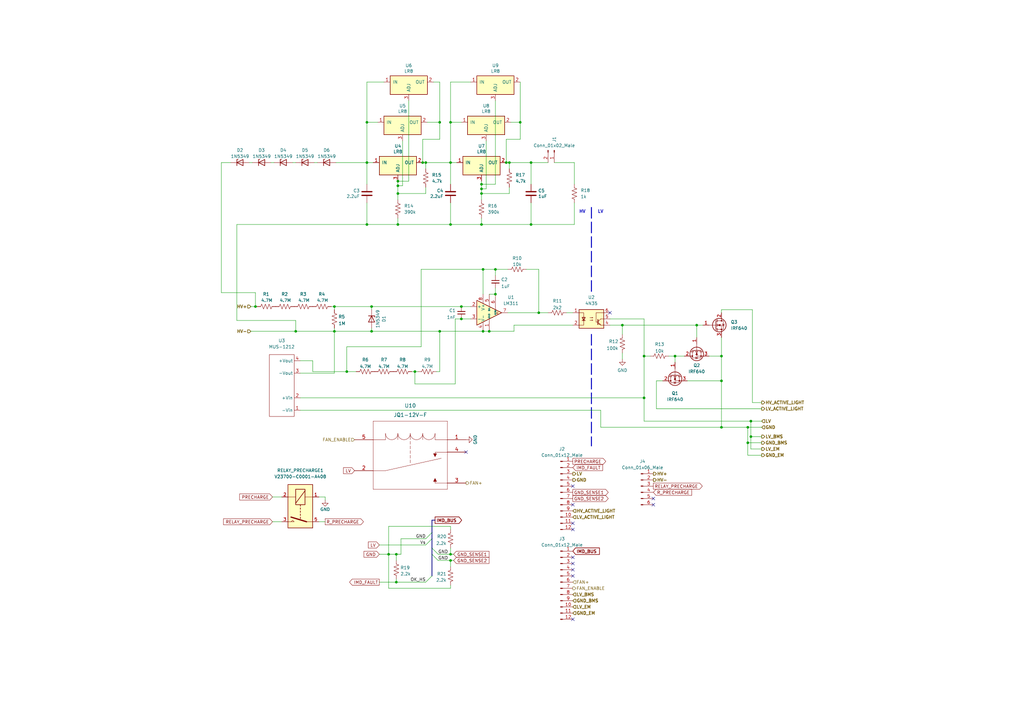
<source format=kicad_sch>
(kicad_sch (version 20211123) (generator eeschema)

  (uuid e63e39d7-6ac0-4ffd-8aa3-1841a4541b55)

  (paper "A3")

  (lib_symbols
    (symbol "A-FA_PARTS:MUS-1212" (in_bom yes) (on_board yes)
      (property "Reference" "U" (id 0) (at 0 5.08 0)
        (effects (font (size 1.27 1.27)))
      )
      (property "Value" "MUS-1212" (id 1) (at 0 2.54 0)
        (effects (font (size 1.27 1.27)))
      )
      (property "Footprint" "" (id 2) (at 0 0 0)
        (effects (font (size 1.27 1.27)) hide)
      )
      (property "Datasheet" "" (id 3) (at 0 0 0)
        (effects (font (size 1.27 1.27)) hide)
      )
      (symbol "MUS-1212_0_1"
        (rectangle (start -12.7 0) (end 12.7 -10.16)
          (stroke (width 0.1524) (type default) (color 0 0 0 0))
          (fill (type none))
        )
      )
      (symbol "MUS-1212_1_1"
        (pin input line (at 10.16 -12.7 90) (length 2.54)
          (name "-Vin" (effects (font (size 1.27 1.27))))
          (number "1" (effects (font (size 1.27 1.27))))
        )
        (pin input line (at 5.08 -12.7 90) (length 2.54)
          (name "+Vin" (effects (font (size 1.27 1.27))))
          (number "2" (effects (font (size 1.27 1.27))))
        )
        (pin input line (at -5.08 -12.7 90) (length 2.54)
          (name "-Vout" (effects (font (size 1.27 1.27))))
          (number "3" (effects (font (size 1.27 1.27))))
        )
        (pin input line (at -10.16 -12.7 90) (length 2.54)
          (name "+Vout" (effects (font (size 1.27 1.27))))
          (number "4" (effects (font (size 1.27 1.27))))
        )
      )
    )
    (symbol "Comparator:LM311" (pin_names (offset 0.127)) (in_bom yes) (on_board yes)
      (property "Reference" "U" (id 0) (at 3.81 6.35 0)
        (effects (font (size 1.27 1.27)) (justify left))
      )
      (property "Value" "LM311" (id 1) (at 3.81 3.81 0)
        (effects (font (size 1.27 1.27)) (justify left))
      )
      (property "Footprint" "" (id 2) (at 0 0 0)
        (effects (font (size 1.27 1.27)) hide)
      )
      (property "Datasheet" "https://www.st.com/resource/en/datasheet/lm311.pdf" (id 3) (at 0 0 0)
        (effects (font (size 1.27 1.27)) hide)
      )
      (property "ki_keywords" "cmp open collector" (id 4) (at 0 0 0)
        (effects (font (size 1.27 1.27)) hide)
      )
      (property "ki_description" "Voltage Comparator, DIP-8/SOIC-8" (id 5) (at 0 0 0)
        (effects (font (size 1.27 1.27)) hide)
      )
      (property "ki_fp_filters" "SOIC*3.9x4.9mm*P1.27mm* DIP*W7.62mm*" (id 6) (at 0 0 0)
        (effects (font (size 1.27 1.27)) hide)
      )
      (symbol "LM311_0_1"
        (polyline
          (pts
            (xy 5.08 0)
            (xy -5.08 5.08)
            (xy -5.08 -5.08)
            (xy 5.08 0)
          )
          (stroke (width 0.254) (type default) (color 0 0 0 0))
          (fill (type background))
        )
        (polyline
          (pts
            (xy 3.683 -0.381)
            (xy 3.302 -0.381)
            (xy 3.683 0)
            (xy 3.302 0.381)
            (xy 2.921 0)
            (xy 3.302 -0.381)
            (xy 2.921 -0.381)
          )
          (stroke (width 0.127) (type default) (color 0 0 0 0))
          (fill (type none))
        )
      )
      (symbol "LM311_1_1"
        (pin passive line (at 0 -7.62 90) (length 5.08)
          (name "GND" (effects (font (size 0.635 0.635))))
          (number "1" (effects (font (size 1.27 1.27))))
        )
        (pin input line (at -7.62 2.54 0) (length 2.54)
          (name "+" (effects (font (size 1.27 1.27))))
          (number "2" (effects (font (size 1.27 1.27))))
        )
        (pin input line (at -7.62 -2.54 0) (length 2.54)
          (name "-" (effects (font (size 1.27 1.27))))
          (number "3" (effects (font (size 1.27 1.27))))
        )
        (pin power_in line (at -2.54 -7.62 90) (length 3.81)
          (name "V-" (effects (font (size 1.27 1.27))))
          (number "4" (effects (font (size 1.27 1.27))))
        )
        (pin input line (at 0 7.62 270) (length 5.08)
          (name "BAL" (effects (font (size 0.635 0.635))))
          (number "5" (effects (font (size 1.27 1.27))))
        )
        (pin input line (at 2.54 7.62 270) (length 6.35)
          (name "STRB" (effects (font (size 0.508 0.508))))
          (number "6" (effects (font (size 1.27 1.27))))
        )
        (pin open_collector line (at 7.62 0 180) (length 2.54)
          (name "~" (effects (font (size 1.27 1.27))))
          (number "7" (effects (font (size 1.27 1.27))))
        )
        (pin power_in line (at -2.54 7.62 270) (length 3.81)
          (name "V+" (effects (font (size 1.27 1.27))))
          (number "8" (effects (font (size 1.27 1.27))))
        )
      )
    )
    (symbol "Connector:Conn_01x02_Male" (pin_names (offset 1.016) hide) (in_bom yes) (on_board yes)
      (property "Reference" "J" (id 0) (at 0 2.54 0)
        (effects (font (size 1.27 1.27)))
      )
      (property "Value" "Conn_01x02_Male" (id 1) (at 0 -5.08 0)
        (effects (font (size 1.27 1.27)))
      )
      (property "Footprint" "" (id 2) (at 0 0 0)
        (effects (font (size 1.27 1.27)) hide)
      )
      (property "Datasheet" "~" (id 3) (at 0 0 0)
        (effects (font (size 1.27 1.27)) hide)
      )
      (property "ki_keywords" "connector" (id 4) (at 0 0 0)
        (effects (font (size 1.27 1.27)) hide)
      )
      (property "ki_description" "Generic connector, single row, 01x02, script generated (kicad-library-utils/schlib/autogen/connector/)" (id 5) (at 0 0 0)
        (effects (font (size 1.27 1.27)) hide)
      )
      (property "ki_fp_filters" "Connector*:*_1x??_*" (id 6) (at 0 0 0)
        (effects (font (size 1.27 1.27)) hide)
      )
      (symbol "Conn_01x02_Male_1_1"
        (polyline
          (pts
            (xy 1.27 -2.54)
            (xy 0.8636 -2.54)
          )
          (stroke (width 0.1524) (type default) (color 0 0 0 0))
          (fill (type none))
        )
        (polyline
          (pts
            (xy 1.27 0)
            (xy 0.8636 0)
          )
          (stroke (width 0.1524) (type default) (color 0 0 0 0))
          (fill (type none))
        )
        (rectangle (start 0.8636 -2.413) (end 0 -2.667)
          (stroke (width 0.1524) (type default) (color 0 0 0 0))
          (fill (type outline))
        )
        (rectangle (start 0.8636 0.127) (end 0 -0.127)
          (stroke (width 0.1524) (type default) (color 0 0 0 0))
          (fill (type outline))
        )
        (pin passive line (at 5.08 0 180) (length 3.81)
          (name "Pin_1" (effects (font (size 1.27 1.27))))
          (number "1" (effects (font (size 1.27 1.27))))
        )
        (pin passive line (at 5.08 -2.54 180) (length 3.81)
          (name "Pin_2" (effects (font (size 1.27 1.27))))
          (number "2" (effects (font (size 1.27 1.27))))
        )
      )
    )
    (symbol "Connector:Conn_01x06_Male" (pin_names (offset 1.016) hide) (in_bom yes) (on_board yes)
      (property "Reference" "J" (id 0) (at 0 7.62 0)
        (effects (font (size 1.27 1.27)))
      )
      (property "Value" "Conn_01x06_Male" (id 1) (at 0 -10.16 0)
        (effects (font (size 1.27 1.27)))
      )
      (property "Footprint" "" (id 2) (at 0 0 0)
        (effects (font (size 1.27 1.27)) hide)
      )
      (property "Datasheet" "~" (id 3) (at 0 0 0)
        (effects (font (size 1.27 1.27)) hide)
      )
      (property "ki_keywords" "connector" (id 4) (at 0 0 0)
        (effects (font (size 1.27 1.27)) hide)
      )
      (property "ki_description" "Generic connector, single row, 01x06, script generated (kicad-library-utils/schlib/autogen/connector/)" (id 5) (at 0 0 0)
        (effects (font (size 1.27 1.27)) hide)
      )
      (property "ki_fp_filters" "Connector*:*_1x??_*" (id 6) (at 0 0 0)
        (effects (font (size 1.27 1.27)) hide)
      )
      (symbol "Conn_01x06_Male_1_1"
        (polyline
          (pts
            (xy 1.27 -7.62)
            (xy 0.8636 -7.62)
          )
          (stroke (width 0.1524) (type default) (color 0 0 0 0))
          (fill (type none))
        )
        (polyline
          (pts
            (xy 1.27 -5.08)
            (xy 0.8636 -5.08)
          )
          (stroke (width 0.1524) (type default) (color 0 0 0 0))
          (fill (type none))
        )
        (polyline
          (pts
            (xy 1.27 -2.54)
            (xy 0.8636 -2.54)
          )
          (stroke (width 0.1524) (type default) (color 0 0 0 0))
          (fill (type none))
        )
        (polyline
          (pts
            (xy 1.27 0)
            (xy 0.8636 0)
          )
          (stroke (width 0.1524) (type default) (color 0 0 0 0))
          (fill (type none))
        )
        (polyline
          (pts
            (xy 1.27 2.54)
            (xy 0.8636 2.54)
          )
          (stroke (width 0.1524) (type default) (color 0 0 0 0))
          (fill (type none))
        )
        (polyline
          (pts
            (xy 1.27 5.08)
            (xy 0.8636 5.08)
          )
          (stroke (width 0.1524) (type default) (color 0 0 0 0))
          (fill (type none))
        )
        (rectangle (start 0.8636 -7.493) (end 0 -7.747)
          (stroke (width 0.1524) (type default) (color 0 0 0 0))
          (fill (type outline))
        )
        (rectangle (start 0.8636 -4.953) (end 0 -5.207)
          (stroke (width 0.1524) (type default) (color 0 0 0 0))
          (fill (type outline))
        )
        (rectangle (start 0.8636 -2.413) (end 0 -2.667)
          (stroke (width 0.1524) (type default) (color 0 0 0 0))
          (fill (type outline))
        )
        (rectangle (start 0.8636 0.127) (end 0 -0.127)
          (stroke (width 0.1524) (type default) (color 0 0 0 0))
          (fill (type outline))
        )
        (rectangle (start 0.8636 2.667) (end 0 2.413)
          (stroke (width 0.1524) (type default) (color 0 0 0 0))
          (fill (type outline))
        )
        (rectangle (start 0.8636 5.207) (end 0 4.953)
          (stroke (width 0.1524) (type default) (color 0 0 0 0))
          (fill (type outline))
        )
        (pin passive line (at 5.08 5.08 180) (length 3.81)
          (name "Pin_1" (effects (font (size 1.27 1.27))))
          (number "1" (effects (font (size 1.27 1.27))))
        )
        (pin passive line (at 5.08 2.54 180) (length 3.81)
          (name "Pin_2" (effects (font (size 1.27 1.27))))
          (number "2" (effects (font (size 1.27 1.27))))
        )
        (pin passive line (at 5.08 0 180) (length 3.81)
          (name "Pin_3" (effects (font (size 1.27 1.27))))
          (number "3" (effects (font (size 1.27 1.27))))
        )
        (pin passive line (at 5.08 -2.54 180) (length 3.81)
          (name "Pin_4" (effects (font (size 1.27 1.27))))
          (number "4" (effects (font (size 1.27 1.27))))
        )
        (pin passive line (at 5.08 -5.08 180) (length 3.81)
          (name "Pin_5" (effects (font (size 1.27 1.27))))
          (number "5" (effects (font (size 1.27 1.27))))
        )
        (pin passive line (at 5.08 -7.62 180) (length 3.81)
          (name "Pin_6" (effects (font (size 1.27 1.27))))
          (number "6" (effects (font (size 1.27 1.27))))
        )
      )
    )
    (symbol "Connector:Conn_01x12_Male" (pin_names (offset 1.016) hide) (in_bom yes) (on_board yes)
      (property "Reference" "J" (id 0) (at 0 15.24 0)
        (effects (font (size 1.27 1.27)))
      )
      (property "Value" "Conn_01x12_Male" (id 1) (at 0 -17.78 0)
        (effects (font (size 1.27 1.27)))
      )
      (property "Footprint" "" (id 2) (at 0 0 0)
        (effects (font (size 1.27 1.27)) hide)
      )
      (property "Datasheet" "~" (id 3) (at 0 0 0)
        (effects (font (size 1.27 1.27)) hide)
      )
      (property "ki_keywords" "connector" (id 4) (at 0 0 0)
        (effects (font (size 1.27 1.27)) hide)
      )
      (property "ki_description" "Generic connector, single row, 01x12, script generated (kicad-library-utils/schlib/autogen/connector/)" (id 5) (at 0 0 0)
        (effects (font (size 1.27 1.27)) hide)
      )
      (property "ki_fp_filters" "Connector*:*_1x??_*" (id 6) (at 0 0 0)
        (effects (font (size 1.27 1.27)) hide)
      )
      (symbol "Conn_01x12_Male_1_1"
        (polyline
          (pts
            (xy 1.27 -15.24)
            (xy 0.8636 -15.24)
          )
          (stroke (width 0.1524) (type default) (color 0 0 0 0))
          (fill (type none))
        )
        (polyline
          (pts
            (xy 1.27 -12.7)
            (xy 0.8636 -12.7)
          )
          (stroke (width 0.1524) (type default) (color 0 0 0 0))
          (fill (type none))
        )
        (polyline
          (pts
            (xy 1.27 -10.16)
            (xy 0.8636 -10.16)
          )
          (stroke (width 0.1524) (type default) (color 0 0 0 0))
          (fill (type none))
        )
        (polyline
          (pts
            (xy 1.27 -7.62)
            (xy 0.8636 -7.62)
          )
          (stroke (width 0.1524) (type default) (color 0 0 0 0))
          (fill (type none))
        )
        (polyline
          (pts
            (xy 1.27 -5.08)
            (xy 0.8636 -5.08)
          )
          (stroke (width 0.1524) (type default) (color 0 0 0 0))
          (fill (type none))
        )
        (polyline
          (pts
            (xy 1.27 -2.54)
            (xy 0.8636 -2.54)
          )
          (stroke (width 0.1524) (type default) (color 0 0 0 0))
          (fill (type none))
        )
        (polyline
          (pts
            (xy 1.27 0)
            (xy 0.8636 0)
          )
          (stroke (width 0.1524) (type default) (color 0 0 0 0))
          (fill (type none))
        )
        (polyline
          (pts
            (xy 1.27 2.54)
            (xy 0.8636 2.54)
          )
          (stroke (width 0.1524) (type default) (color 0 0 0 0))
          (fill (type none))
        )
        (polyline
          (pts
            (xy 1.27 5.08)
            (xy 0.8636 5.08)
          )
          (stroke (width 0.1524) (type default) (color 0 0 0 0))
          (fill (type none))
        )
        (polyline
          (pts
            (xy 1.27 7.62)
            (xy 0.8636 7.62)
          )
          (stroke (width 0.1524) (type default) (color 0 0 0 0))
          (fill (type none))
        )
        (polyline
          (pts
            (xy 1.27 10.16)
            (xy 0.8636 10.16)
          )
          (stroke (width 0.1524) (type default) (color 0 0 0 0))
          (fill (type none))
        )
        (polyline
          (pts
            (xy 1.27 12.7)
            (xy 0.8636 12.7)
          )
          (stroke (width 0.1524) (type default) (color 0 0 0 0))
          (fill (type none))
        )
        (rectangle (start 0.8636 -15.113) (end 0 -15.367)
          (stroke (width 0.1524) (type default) (color 0 0 0 0))
          (fill (type outline))
        )
        (rectangle (start 0.8636 -12.573) (end 0 -12.827)
          (stroke (width 0.1524) (type default) (color 0 0 0 0))
          (fill (type outline))
        )
        (rectangle (start 0.8636 -10.033) (end 0 -10.287)
          (stroke (width 0.1524) (type default) (color 0 0 0 0))
          (fill (type outline))
        )
        (rectangle (start 0.8636 -7.493) (end 0 -7.747)
          (stroke (width 0.1524) (type default) (color 0 0 0 0))
          (fill (type outline))
        )
        (rectangle (start 0.8636 -4.953) (end 0 -5.207)
          (stroke (width 0.1524) (type default) (color 0 0 0 0))
          (fill (type outline))
        )
        (rectangle (start 0.8636 -2.413) (end 0 -2.667)
          (stroke (width 0.1524) (type default) (color 0 0 0 0))
          (fill (type outline))
        )
        (rectangle (start 0.8636 0.127) (end 0 -0.127)
          (stroke (width 0.1524) (type default) (color 0 0 0 0))
          (fill (type outline))
        )
        (rectangle (start 0.8636 2.667) (end 0 2.413)
          (stroke (width 0.1524) (type default) (color 0 0 0 0))
          (fill (type outline))
        )
        (rectangle (start 0.8636 5.207) (end 0 4.953)
          (stroke (width 0.1524) (type default) (color 0 0 0 0))
          (fill (type outline))
        )
        (rectangle (start 0.8636 7.747) (end 0 7.493)
          (stroke (width 0.1524) (type default) (color 0 0 0 0))
          (fill (type outline))
        )
        (rectangle (start 0.8636 10.287) (end 0 10.033)
          (stroke (width 0.1524) (type default) (color 0 0 0 0))
          (fill (type outline))
        )
        (rectangle (start 0.8636 12.827) (end 0 12.573)
          (stroke (width 0.1524) (type default) (color 0 0 0 0))
          (fill (type outline))
        )
        (pin passive line (at 5.08 12.7 180) (length 3.81)
          (name "Pin_1" (effects (font (size 1.27 1.27))))
          (number "1" (effects (font (size 1.27 1.27))))
        )
        (pin passive line (at 5.08 -10.16 180) (length 3.81)
          (name "Pin_10" (effects (font (size 1.27 1.27))))
          (number "10" (effects (font (size 1.27 1.27))))
        )
        (pin passive line (at 5.08 -12.7 180) (length 3.81)
          (name "Pin_11" (effects (font (size 1.27 1.27))))
          (number "11" (effects (font (size 1.27 1.27))))
        )
        (pin passive line (at 5.08 -15.24 180) (length 3.81)
          (name "Pin_12" (effects (font (size 1.27 1.27))))
          (number "12" (effects (font (size 1.27 1.27))))
        )
        (pin passive line (at 5.08 10.16 180) (length 3.81)
          (name "Pin_2" (effects (font (size 1.27 1.27))))
          (number "2" (effects (font (size 1.27 1.27))))
        )
        (pin passive line (at 5.08 7.62 180) (length 3.81)
          (name "Pin_3" (effects (font (size 1.27 1.27))))
          (number "3" (effects (font (size 1.27 1.27))))
        )
        (pin passive line (at 5.08 5.08 180) (length 3.81)
          (name "Pin_4" (effects (font (size 1.27 1.27))))
          (number "4" (effects (font (size 1.27 1.27))))
        )
        (pin passive line (at 5.08 2.54 180) (length 3.81)
          (name "Pin_5" (effects (font (size 1.27 1.27))))
          (number "5" (effects (font (size 1.27 1.27))))
        )
        (pin passive line (at 5.08 0 180) (length 3.81)
          (name "Pin_6" (effects (font (size 1.27 1.27))))
          (number "6" (effects (font (size 1.27 1.27))))
        )
        (pin passive line (at 5.08 -2.54 180) (length 3.81)
          (name "Pin_7" (effects (font (size 1.27 1.27))))
          (number "7" (effects (font (size 1.27 1.27))))
        )
        (pin passive line (at 5.08 -5.08 180) (length 3.81)
          (name "Pin_8" (effects (font (size 1.27 1.27))))
          (number "8" (effects (font (size 1.27 1.27))))
        )
        (pin passive line (at 5.08 -7.62 180) (length 3.81)
          (name "Pin_9" (effects (font (size 1.27 1.27))))
          (number "9" (effects (font (size 1.27 1.27))))
        )
      )
    )
    (symbol "Device:C" (pin_numbers hide) (pin_names (offset 0.254)) (in_bom yes) (on_board yes)
      (property "Reference" "C" (id 0) (at 0.635 2.54 0)
        (effects (font (size 1.27 1.27)) (justify left))
      )
      (property "Value" "C" (id 1) (at 0.635 -2.54 0)
        (effects (font (size 1.27 1.27)) (justify left))
      )
      (property "Footprint" "" (id 2) (at 0.9652 -3.81 0)
        (effects (font (size 1.27 1.27)) hide)
      )
      (property "Datasheet" "~" (id 3) (at 0 0 0)
        (effects (font (size 1.27 1.27)) hide)
      )
      (property "ki_keywords" "cap capacitor" (id 4) (at 0 0 0)
        (effects (font (size 1.27 1.27)) hide)
      )
      (property "ki_description" "Unpolarized capacitor" (id 5) (at 0 0 0)
        (effects (font (size 1.27 1.27)) hide)
      )
      (property "ki_fp_filters" "C_*" (id 6) (at 0 0 0)
        (effects (font (size 1.27 1.27)) hide)
      )
      (symbol "C_0_1"
        (polyline
          (pts
            (xy -2.032 -0.762)
            (xy 2.032 -0.762)
          )
          (stroke (width 0.508) (type default) (color 0 0 0 0))
          (fill (type none))
        )
        (polyline
          (pts
            (xy -2.032 0.762)
            (xy 2.032 0.762)
          )
          (stroke (width 0.508) (type default) (color 0 0 0 0))
          (fill (type none))
        )
      )
      (symbol "C_1_1"
        (pin passive line (at 0 3.81 270) (length 2.794)
          (name "~" (effects (font (size 1.27 1.27))))
          (number "1" (effects (font (size 1.27 1.27))))
        )
        (pin passive line (at 0 -3.81 90) (length 2.794)
          (name "~" (effects (font (size 1.27 1.27))))
          (number "2" (effects (font (size 1.27 1.27))))
        )
      )
    )
    (symbol "Device:C_Small" (pin_numbers hide) (pin_names (offset 0.254) hide) (in_bom yes) (on_board yes)
      (property "Reference" "C" (id 0) (at 0.254 1.778 0)
        (effects (font (size 1.27 1.27)) (justify left))
      )
      (property "Value" "C_Small" (id 1) (at 0.254 -2.032 0)
        (effects (font (size 1.27 1.27)) (justify left))
      )
      (property "Footprint" "" (id 2) (at 0 0 0)
        (effects (font (size 1.27 1.27)) hide)
      )
      (property "Datasheet" "~" (id 3) (at 0 0 0)
        (effects (font (size 1.27 1.27)) hide)
      )
      (property "ki_keywords" "capacitor cap" (id 4) (at 0 0 0)
        (effects (font (size 1.27 1.27)) hide)
      )
      (property "ki_description" "Unpolarized capacitor, small symbol" (id 5) (at 0 0 0)
        (effects (font (size 1.27 1.27)) hide)
      )
      (property "ki_fp_filters" "C_*" (id 6) (at 0 0 0)
        (effects (font (size 1.27 1.27)) hide)
      )
      (symbol "C_Small_0_1"
        (polyline
          (pts
            (xy -1.524 -0.508)
            (xy 1.524 -0.508)
          )
          (stroke (width 0.3302) (type default) (color 0 0 0 0))
          (fill (type none))
        )
        (polyline
          (pts
            (xy -1.524 0.508)
            (xy 1.524 0.508)
          )
          (stroke (width 0.3048) (type default) (color 0 0 0 0))
          (fill (type none))
        )
      )
      (symbol "C_Small_1_1"
        (pin passive line (at 0 2.54 270) (length 2.032)
          (name "~" (effects (font (size 1.27 1.27))))
          (number "1" (effects (font (size 1.27 1.27))))
        )
        (pin passive line (at 0 -2.54 90) (length 2.032)
          (name "~" (effects (font (size 1.27 1.27))))
          (number "2" (effects (font (size 1.27 1.27))))
        )
      )
    )
    (symbol "Device:Q_NMOS_GDS" (pin_names (offset 0) hide) (in_bom yes) (on_board yes)
      (property "Reference" "Q" (id 0) (at 5.08 1.27 0)
        (effects (font (size 1.27 1.27)) (justify left))
      )
      (property "Value" "Q_NMOS_GDS" (id 1) (at 5.08 -1.27 0)
        (effects (font (size 1.27 1.27)) (justify left))
      )
      (property "Footprint" "" (id 2) (at 5.08 2.54 0)
        (effects (font (size 1.27 1.27)) hide)
      )
      (property "Datasheet" "~" (id 3) (at 0 0 0)
        (effects (font (size 1.27 1.27)) hide)
      )
      (property "ki_keywords" "transistor NMOS N-MOS N-MOSFET" (id 4) (at 0 0 0)
        (effects (font (size 1.27 1.27)) hide)
      )
      (property "ki_description" "N-MOSFET transistor, gate/drain/source" (id 5) (at 0 0 0)
        (effects (font (size 1.27 1.27)) hide)
      )
      (symbol "Q_NMOS_GDS_0_1"
        (polyline
          (pts
            (xy 0.254 0)
            (xy -2.54 0)
          )
          (stroke (width 0) (type default) (color 0 0 0 0))
          (fill (type none))
        )
        (polyline
          (pts
            (xy 0.254 1.905)
            (xy 0.254 -1.905)
          )
          (stroke (width 0.254) (type default) (color 0 0 0 0))
          (fill (type none))
        )
        (polyline
          (pts
            (xy 0.762 -1.27)
            (xy 0.762 -2.286)
          )
          (stroke (width 0.254) (type default) (color 0 0 0 0))
          (fill (type none))
        )
        (polyline
          (pts
            (xy 0.762 0.508)
            (xy 0.762 -0.508)
          )
          (stroke (width 0.254) (type default) (color 0 0 0 0))
          (fill (type none))
        )
        (polyline
          (pts
            (xy 0.762 2.286)
            (xy 0.762 1.27)
          )
          (stroke (width 0.254) (type default) (color 0 0 0 0))
          (fill (type none))
        )
        (polyline
          (pts
            (xy 2.54 2.54)
            (xy 2.54 1.778)
          )
          (stroke (width 0) (type default) (color 0 0 0 0))
          (fill (type none))
        )
        (polyline
          (pts
            (xy 2.54 -2.54)
            (xy 2.54 0)
            (xy 0.762 0)
          )
          (stroke (width 0) (type default) (color 0 0 0 0))
          (fill (type none))
        )
        (polyline
          (pts
            (xy 0.762 -1.778)
            (xy 3.302 -1.778)
            (xy 3.302 1.778)
            (xy 0.762 1.778)
          )
          (stroke (width 0) (type default) (color 0 0 0 0))
          (fill (type none))
        )
        (polyline
          (pts
            (xy 1.016 0)
            (xy 2.032 0.381)
            (xy 2.032 -0.381)
            (xy 1.016 0)
          )
          (stroke (width 0) (type default) (color 0 0 0 0))
          (fill (type outline))
        )
        (polyline
          (pts
            (xy 2.794 0.508)
            (xy 2.921 0.381)
            (xy 3.683 0.381)
            (xy 3.81 0.254)
          )
          (stroke (width 0) (type default) (color 0 0 0 0))
          (fill (type none))
        )
        (polyline
          (pts
            (xy 3.302 0.381)
            (xy 2.921 -0.254)
            (xy 3.683 -0.254)
            (xy 3.302 0.381)
          )
          (stroke (width 0) (type default) (color 0 0 0 0))
          (fill (type none))
        )
        (circle (center 1.651 0) (radius 2.794)
          (stroke (width 0.254) (type default) (color 0 0 0 0))
          (fill (type none))
        )
        (circle (center 2.54 -1.778) (radius 0.254)
          (stroke (width 0) (type default) (color 0 0 0 0))
          (fill (type outline))
        )
        (circle (center 2.54 1.778) (radius 0.254)
          (stroke (width 0) (type default) (color 0 0 0 0))
          (fill (type outline))
        )
      )
      (symbol "Q_NMOS_GDS_1_1"
        (pin input line (at -5.08 0 0) (length 2.54)
          (name "G" (effects (font (size 1.27 1.27))))
          (number "1" (effects (font (size 1.27 1.27))))
        )
        (pin passive line (at 2.54 5.08 270) (length 2.54)
          (name "D" (effects (font (size 1.27 1.27))))
          (number "2" (effects (font (size 1.27 1.27))))
        )
        (pin passive line (at 2.54 -5.08 90) (length 2.54)
          (name "S" (effects (font (size 1.27 1.27))))
          (number "3" (effects (font (size 1.27 1.27))))
        )
      )
    )
    (symbol "Device:R_US" (pin_numbers hide) (pin_names (offset 0)) (in_bom yes) (on_board yes)
      (property "Reference" "R" (id 0) (at 2.54 0 90)
        (effects (font (size 1.27 1.27)))
      )
      (property "Value" "R_US" (id 1) (at -2.54 0 90)
        (effects (font (size 1.27 1.27)))
      )
      (property "Footprint" "" (id 2) (at 1.016 -0.254 90)
        (effects (font (size 1.27 1.27)) hide)
      )
      (property "Datasheet" "~" (id 3) (at 0 0 0)
        (effects (font (size 1.27 1.27)) hide)
      )
      (property "ki_keywords" "R res resistor" (id 4) (at 0 0 0)
        (effects (font (size 1.27 1.27)) hide)
      )
      (property "ki_description" "Resistor, US symbol" (id 5) (at 0 0 0)
        (effects (font (size 1.27 1.27)) hide)
      )
      (property "ki_fp_filters" "R_*" (id 6) (at 0 0 0)
        (effects (font (size 1.27 1.27)) hide)
      )
      (symbol "R_US_0_1"
        (polyline
          (pts
            (xy 0 -2.286)
            (xy 0 -2.54)
          )
          (stroke (width 0) (type default) (color 0 0 0 0))
          (fill (type none))
        )
        (polyline
          (pts
            (xy 0 2.286)
            (xy 0 2.54)
          )
          (stroke (width 0) (type default) (color 0 0 0 0))
          (fill (type none))
        )
        (polyline
          (pts
            (xy 0 -0.762)
            (xy 1.016 -1.143)
            (xy 0 -1.524)
            (xy -1.016 -1.905)
            (xy 0 -2.286)
          )
          (stroke (width 0) (type default) (color 0 0 0 0))
          (fill (type none))
        )
        (polyline
          (pts
            (xy 0 0.762)
            (xy 1.016 0.381)
            (xy 0 0)
            (xy -1.016 -0.381)
            (xy 0 -0.762)
          )
          (stroke (width 0) (type default) (color 0 0 0 0))
          (fill (type none))
        )
        (polyline
          (pts
            (xy 0 2.286)
            (xy 1.016 1.905)
            (xy 0 1.524)
            (xy -1.016 1.143)
            (xy 0 0.762)
          )
          (stroke (width 0) (type default) (color 0 0 0 0))
          (fill (type none))
        )
      )
      (symbol "R_US_1_1"
        (pin passive line (at 0 3.81 270) (length 1.27)
          (name "~" (effects (font (size 1.27 1.27))))
          (number "1" (effects (font (size 1.27 1.27))))
        )
        (pin passive line (at 0 -3.81 90) (length 1.27)
          (name "~" (effects (font (size 1.27 1.27))))
          (number "2" (effects (font (size 1.27 1.27))))
        )
      )
    )
    (symbol "Diode:1N53xxB" (pin_numbers hide) (pin_names (offset 1.016) hide) (in_bom yes) (on_board yes)
      (property "Reference" "D" (id 0) (at 0 2.54 0)
        (effects (font (size 1.27 1.27)))
      )
      (property "Value" "1N53xxB" (id 1) (at 0 -2.54 0)
        (effects (font (size 1.27 1.27)))
      )
      (property "Footprint" "Diode_THT:D_DO-201_P15.24mm_Horizontal" (id 2) (at 0 -4.445 0)
        (effects (font (size 1.27 1.27)) hide)
      )
      (property "Datasheet" "https://diotec.com/tl_files/diotec/files/pdf/datasheets/1n5345b.pdf" (id 3) (at 0 0 0)
        (effects (font (size 1.27 1.27)) hide)
      )
      (property "ki_keywords" "zener diode" (id 4) (at 0 0 0)
        (effects (font (size 1.27 1.27)) hide)
      )
      (property "ki_description" "5000mW Zener Diode, DO-201" (id 5) (at 0 0 0)
        (effects (font (size 1.27 1.27)) hide)
      )
      (property "ki_fp_filters" "D*DO?201*" (id 6) (at 0 0 0)
        (effects (font (size 1.27 1.27)) hide)
      )
      (symbol "1N53xxB_0_1"
        (polyline
          (pts
            (xy 1.27 0)
            (xy -1.27 0)
          )
          (stroke (width 0) (type default) (color 0 0 0 0))
          (fill (type none))
        )
        (polyline
          (pts
            (xy -1.27 -1.27)
            (xy -1.27 1.27)
            (xy -0.762 1.27)
          )
          (stroke (width 0.254) (type default) (color 0 0 0 0))
          (fill (type none))
        )
        (polyline
          (pts
            (xy 1.27 -1.27)
            (xy 1.27 1.27)
            (xy -1.27 0)
            (xy 1.27 -1.27)
          )
          (stroke (width 0.254) (type default) (color 0 0 0 0))
          (fill (type none))
        )
      )
      (symbol "1N53xxB_1_1"
        (pin passive line (at -3.81 0 0) (length 2.54)
          (name "K" (effects (font (size 1.27 1.27))))
          (number "1" (effects (font (size 1.27 1.27))))
        )
        (pin passive line (at 3.81 0 180) (length 2.54)
          (name "A" (effects (font (size 1.27 1.27))))
          (number "2" (effects (font (size 1.27 1.27))))
        )
      )
    )
    (symbol "Isolator:4N35" (pin_names (offset 1.016)) (in_bom yes) (on_board yes)
      (property "Reference" "U" (id 0) (at -5.08 5.08 0)
        (effects (font (size 1.27 1.27)) (justify left))
      )
      (property "Value" "4N35" (id 1) (at 0 5.08 0)
        (effects (font (size 1.27 1.27)) (justify left))
      )
      (property "Footprint" "Package_DIP:DIP-6_W7.62mm" (id 2) (at -5.08 -5.08 0)
        (effects (font (size 1.27 1.27) italic) (justify left) hide)
      )
      (property "Datasheet" "https://www.vishay.com/docs/81181/4n35.pdf" (id 3) (at 0 0 0)
        (effects (font (size 1.27 1.27)) (justify left) hide)
      )
      (property "ki_keywords" "NPN DC Optocoupler Base Connected" (id 4) (at 0 0 0)
        (effects (font (size 1.27 1.27)) hide)
      )
      (property "ki_description" "Optocoupler, Phototransistor Output, with Base Connection, Vce 70V, CTR 100%, Viso 5000V, DIP6" (id 5) (at 0 0 0)
        (effects (font (size 1.27 1.27)) hide)
      )
      (property "ki_fp_filters" "DIP*W7.62mm*" (id 6) (at 0 0 0)
        (effects (font (size 1.27 1.27)) hide)
      )
      (symbol "4N35_0_1"
        (rectangle (start -5.08 3.81) (end 5.08 -3.81)
          (stroke (width 0.254) (type default) (color 0 0 0 0))
          (fill (type background))
        )
        (polyline
          (pts
            (xy -3.81 -0.635)
            (xy -2.54 -0.635)
          )
          (stroke (width 0.254) (type default) (color 0 0 0 0))
          (fill (type none))
        )
        (polyline
          (pts
            (xy 2.667 -1.397)
            (xy 3.81 -2.54)
          )
          (stroke (width 0) (type default) (color 0 0 0 0))
          (fill (type none))
        )
        (polyline
          (pts
            (xy 2.667 -1.143)
            (xy 3.81 0)
          )
          (stroke (width 0) (type default) (color 0 0 0 0))
          (fill (type none))
        )
        (polyline
          (pts
            (xy 3.81 -2.54)
            (xy 5.08 -2.54)
          )
          (stroke (width 0) (type default) (color 0 0 0 0))
          (fill (type none))
        )
        (polyline
          (pts
            (xy 3.81 0)
            (xy 5.08 0)
          )
          (stroke (width 0) (type default) (color 0 0 0 0))
          (fill (type none))
        )
        (polyline
          (pts
            (xy 2.667 -0.254)
            (xy 2.667 -2.286)
            (xy 2.667 -2.286)
          )
          (stroke (width 0.3556) (type default) (color 0 0 0 0))
          (fill (type none))
        )
        (polyline
          (pts
            (xy -5.08 -2.54)
            (xy -3.175 -2.54)
            (xy -3.175 2.54)
            (xy -5.08 2.54)
          )
          (stroke (width 0) (type default) (color 0 0 0 0))
          (fill (type none))
        )
        (polyline
          (pts
            (xy -3.175 -0.635)
            (xy -3.81 0.635)
            (xy -2.54 0.635)
            (xy -3.175 -0.635)
          )
          (stroke (width 0.254) (type default) (color 0 0 0 0))
          (fill (type none))
        )
        (polyline
          (pts
            (xy 3.683 -2.413)
            (xy 3.429 -1.905)
            (xy 3.175 -2.159)
            (xy 3.683 -2.413)
          )
          (stroke (width 0) (type default) (color 0 0 0 0))
          (fill (type none))
        )
        (polyline
          (pts
            (xy 5.08 2.54)
            (xy 1.905 2.54)
            (xy 1.905 -1.27)
            (xy 2.54 -1.27)
          )
          (stroke (width 0) (type default) (color 0 0 0 0))
          (fill (type none))
        )
        (polyline
          (pts
            (xy -0.635 -0.508)
            (xy 0.635 -0.508)
            (xy 0.254 -0.635)
            (xy 0.254 -0.381)
            (xy 0.635 -0.508)
          )
          (stroke (width 0) (type default) (color 0 0 0 0))
          (fill (type none))
        )
        (polyline
          (pts
            (xy -0.635 0.508)
            (xy 0.635 0.508)
            (xy 0.254 0.381)
            (xy 0.254 0.635)
            (xy 0.635 0.508)
          )
          (stroke (width 0) (type default) (color 0 0 0 0))
          (fill (type none))
        )
      )
      (symbol "4N35_1_1"
        (pin passive line (at -7.62 2.54 0) (length 2.54)
          (name "~" (effects (font (size 1.27 1.27))))
          (number "1" (effects (font (size 1.27 1.27))))
        )
        (pin passive line (at -7.62 -2.54 0) (length 2.54)
          (name "~" (effects (font (size 1.27 1.27))))
          (number "2" (effects (font (size 1.27 1.27))))
        )
        (pin no_connect line (at -5.08 0 0) (length 2.54) hide
          (name "NC" (effects (font (size 1.27 1.27))))
          (number "3" (effects (font (size 1.27 1.27))))
        )
        (pin passive line (at 7.62 -2.54 180) (length 2.54)
          (name "~" (effects (font (size 1.27 1.27))))
          (number "4" (effects (font (size 1.27 1.27))))
        )
        (pin passive line (at 7.62 0 180) (length 2.54)
          (name "~" (effects (font (size 1.27 1.27))))
          (number "5" (effects (font (size 1.27 1.27))))
        )
        (pin passive line (at 7.62 2.54 180) (length 2.54)
          (name "~" (effects (font (size 1.27 1.27))))
          (number "6" (effects (font (size 1.27 1.27))))
        )
      )
    )
    (symbol "New_Library:JQ1-12V-F" (pin_names (offset -0.254) hide) (in_bom yes) (on_board yes)
      (property "Reference" "U" (id 0) (at 22.86 12.7 0)
        (effects (font (size 1.524 1.524)))
      )
      (property "Value" "JQ1-12V-F" (id 1) (at 22.86 10.16 0)
        (effects (font (size 1.524 1.524)))
      )
      (property "Footprint" "RELAY_JQ1_PAN" (id 2) (at 22.86 8.636 0)
        (effects (font (size 1.524 1.524)) hide)
      )
      (property "Datasheet" "" (id 3) (at 0 0 0)
        (effects (font (size 1.524 1.524)))
      )
      (property "ki_locked" "" (id 4) (at 0 0 0)
        (effects (font (size 1.27 1.27)))
      )
      (property "ki_fp_filters" "RELAY_JQ1_PAN" (id 5) (at 0 0 0)
        (effects (font (size 1.27 1.27)) hide)
      )
      (symbol "JQ1-12V-F_1_1"
        (polyline
          (pts
            (xy 7.62 -20.32)
            (xy 38.1 -20.32)
          )
          (stroke (width 0.127) (type default) (color 0 0 0 0))
          (fill (type none))
        )
        (polyline
          (pts
            (xy 7.62 7.62)
            (xy 7.62 -20.32)
          )
          (stroke (width 0.127) (type default) (color 0 0 0 0))
          (fill (type none))
        )
        (polyline
          (pts
            (xy 12.7 -12.7)
            (xy 7.62 -12.7)
          )
          (stroke (width 0.127) (type default) (color 0 0 0 0))
          (fill (type none))
        )
        (polyline
          (pts
            (xy 12.7 -12.7)
            (xy 35.56 -7.62)
          )
          (stroke (width 0.127) (type default) (color 0 0 0 0))
          (fill (type none))
        )
        (polyline
          (pts
            (xy 12.7 0)
            (xy 7.62 0)
          )
          (stroke (width 0.127) (type default) (color 0 0 0 0))
          (fill (type none))
        )
        (polyline
          (pts
            (xy 12.7 2.54)
            (xy 12.7 0)
          )
          (stroke (width 0.127) (type default) (color 0 0 0 0))
          (fill (type none))
        )
        (polyline
          (pts
            (xy 17.78 2.54)
            (xy 17.78 0)
          )
          (stroke (width 0.127) (type default) (color 0 0 0 0))
          (fill (type none))
        )
        (polyline
          (pts
            (xy 22.86 -8.255)
            (xy 22.86 -9.525)
          )
          (stroke (width 0.127) (type default) (color 0 0 0 0))
          (fill (type none))
        )
        (polyline
          (pts
            (xy 22.86 -6.35)
            (xy 22.86 -7.62)
          )
          (stroke (width 0.127) (type default) (color 0 0 0 0))
          (fill (type none))
        )
        (polyline
          (pts
            (xy 22.86 -4.445)
            (xy 22.86 -5.715)
          )
          (stroke (width 0.127) (type default) (color 0 0 0 0))
          (fill (type none))
        )
        (polyline
          (pts
            (xy 22.86 -2.54)
            (xy 22.86 -3.81)
          )
          (stroke (width 0.127) (type default) (color 0 0 0 0))
          (fill (type none))
        )
        (polyline
          (pts
            (xy 22.86 -1.905)
            (xy 22.86 -0.635)
          )
          (stroke (width 0.127) (type default) (color 0 0 0 0))
          (fill (type none))
        )
        (polyline
          (pts
            (xy 22.86 2.54)
            (xy 22.86 0)
          )
          (stroke (width 0.127) (type default) (color 0 0 0 0))
          (fill (type none))
        )
        (polyline
          (pts
            (xy 27.94 2.54)
            (xy 27.94 0)
          )
          (stroke (width 0.127) (type default) (color 0 0 0 0))
          (fill (type none))
        )
        (polyline
          (pts
            (xy 33.02 -17.78)
            (xy 33.02 -16.51)
          )
          (stroke (width 0.127) (type default) (color 0 0 0 0))
          (fill (type none))
        )
        (polyline
          (pts
            (xy 33.02 0)
            (xy 38.1 0)
          )
          (stroke (width 0.127) (type default) (color 0 0 0 0))
          (fill (type none))
        )
        (polyline
          (pts
            (xy 33.02 2.54)
            (xy 33.02 0)
          )
          (stroke (width 0.127) (type default) (color 0 0 0 0))
          (fill (type none))
        )
        (polyline
          (pts
            (xy 33.0454 -6.477)
            (xy 33.0454 -5.1562)
          )
          (stroke (width 0.127) (type default) (color 0 0 0 0))
          (fill (type none))
        )
        (polyline
          (pts
            (xy 33.0454 -5.1562)
            (xy 38.1254 -5.1562)
          )
          (stroke (width 0.127) (type default) (color 0 0 0 0))
          (fill (type none))
        )
        (polyline
          (pts
            (xy 38.1 -20.32)
            (xy 38.1 7.62)
          )
          (stroke (width 0.127) (type default) (color 0 0 0 0))
          (fill (type none))
        )
        (polyline
          (pts
            (xy 38.1 -17.78)
            (xy 33.02 -17.78)
          )
          (stroke (width 0.127) (type default) (color 0 0 0 0))
          (fill (type none))
        )
        (polyline
          (pts
            (xy 38.1 7.62)
            (xy 7.62 7.62)
          )
          (stroke (width 0.127) (type default) (color 0 0 0 0))
          (fill (type none))
        )
        (polyline
          (pts
            (xy 32.385 -5.715)
            (xy 33.655 -5.715)
            (xy 33.02 -6.985)
            (xy 32.385 -5.715)
          )
          (stroke (width 0) (type default) (color 0 0 0 0))
          (fill (type outline))
        )
        (polyline
          (pts
            (xy 33.655 -17.145)
            (xy 32.385 -17.145)
            (xy 33.02 -15.875)
            (xy 33.655 -17.145)
          )
          (stroke (width 0) (type default) (color 0 0 0 0))
          (fill (type outline))
        )
        (arc (start 12.7 2.54) (mid 15.24 0) (end 17.78 2.54)
          (stroke (width 0.127) (type default) (color 0 0 0 0))
          (fill (type none))
        )
        (arc (start 17.78 2.54) (mid 20.32 0) (end 22.86 2.54)
          (stroke (width 0.127) (type default) (color 0 0 0 0))
          (fill (type none))
        )
        (arc (start 22.86 2.54) (mid 25.4 0) (end 27.94 2.54)
          (stroke (width 0.127) (type default) (color 0 0 0 0))
          (fill (type none))
        )
        (arc (start 27.94 2.54) (mid 30.48 0) (end 33.02 2.54)
          (stroke (width 0.127) (type default) (color 0 0 0 0))
          (fill (type none))
        )
        (pin unspecified line (at 45.72 0 180) (length 7.62)
          (name "1" (effects (font (size 1.4986 1.4986))))
          (number "1" (effects (font (size 1.4986 1.4986))))
        )
        (pin unspecified line (at 0 -12.7 0) (length 7.62)
          (name "2" (effects (font (size 1.4986 1.4986))))
          (number "2" (effects (font (size 1.4986 1.4986))))
        )
        (pin unspecified line (at 45.72 -17.78 180) (length 7.62)
          (name "3" (effects (font (size 1.4986 1.4986))))
          (number "3" (effects (font (size 1.4986 1.4986))))
        )
        (pin unspecified line (at 45.72 -5.08 180) (length 7.62)
          (name "4" (effects (font (size 1.4986 1.4986))))
          (number "4" (effects (font (size 1.4986 1.4986))))
        )
        (pin unspecified line (at 0 0 0) (length 7.62)
          (name "5" (effects (font (size 1.4986 1.4986))))
          (number "5" (effects (font (size 1.4986 1.4986))))
        )
      )
    )
    (symbol "Regulator_Linear:LR8K4-G" (pin_names (offset 1.016)) (in_bom yes) (on_board yes)
      (property "Reference" "U" (id 0) (at -7.62 3.81 0)
        (effects (font (size 1.27 1.27)) (justify left))
      )
      (property "Value" "LR8K4-G" (id 1) (at 0 3.81 0)
        (effects (font (size 1.27 1.27)) (justify left))
      )
      (property "Footprint" "Package_TO_SOT_SMD:TO-252-2" (id 2) (at 0 -11.43 0)
        (effects (font (size 1.27 1.27)) hide)
      )
      (property "Datasheet" "http://ww1.microchip.com/downloads/en/DeviceDoc/20005399B.pdf" (id 3) (at 0 0 0)
        (effects (font (size 1.27 1.27)) hide)
      )
      (property "ki_keywords" "High-Voltage Regulator Adjustable Positive" (id 4) (at 0 0 0)
        (effects (font (size 1.27 1.27)) hide)
      )
      (property "ki_description" "30mA 450V High-Voltage Linear Regulator (Adjustable), TO-252 (D-PAK)" (id 5) (at 0 0 0)
        (effects (font (size 1.27 1.27)) hide)
      )
      (property "ki_fp_filters" "TO*252*" (id 6) (at 0 0 0)
        (effects (font (size 1.27 1.27)) hide)
      )
      (symbol "LR8K4-G_0_1"
        (rectangle (start -7.62 2.54) (end 7.62 -5.08)
          (stroke (width 0.254) (type default) (color 0 0 0 0))
          (fill (type background))
        )
      )
      (symbol "LR8K4-G_1_1"
        (pin input line (at -10.16 0 0) (length 2.54)
          (name "IN" (effects (font (size 1.27 1.27))))
          (number "1" (effects (font (size 1.27 1.27))))
        )
        (pin power_out line (at 10.16 0 180) (length 2.54)
          (name "OUT" (effects (font (size 1.27 1.27))))
          (number "2" (effects (font (size 1.27 1.27))))
        )
        (pin input line (at 0 -7.62 90) (length 2.54)
          (name "ADJ" (effects (font (size 1.27 1.27))))
          (number "3" (effects (font (size 1.27 1.27))))
        )
      )
    )
    (symbol "Relay:DIPxx-1Axx-12x" (in_bom yes) (on_board yes)
      (property "Reference" "RELAY_PRECHARGE1" (id 0) (at -15.24 0 90)
        (effects (font (size 1.27 1.27)) (justify bottom))
      )
      (property "Value" "V23700-C0001-A408" (id 1) (at -12.7 0 90)
        (effects (font (size 1.27 1.27)) (justify bottom))
      )
      (property "Footprint" "Relay_THT:Relay_StandexMeder_DIP_LowProfile" (id 2) (at 1.27 -8.89 0)
        (effects (font (size 1.27 1.27)) (justify left) hide)
      )
      (property "Datasheet" "https://standexelectronics.com/wp-content/uploads/datasheet_reed_relay_DIP.pdf" (id 3) (at 0 0 0)
        (effects (font (size 1.27 1.27)) hide)
      )
      (property "ki_keywords" "Single Pole Reed Relay SPST" (id 4) (at 0 0 0)
        (effects (font (size 1.27 1.27)) hide)
      )
      (property "ki_description" "Standex Meder DIP reed relay, SPST, Closing Contact" (id 5) (at 0 0 0)
        (effects (font (size 1.27 1.27)) hide)
      )
      (property "ki_fp_filters" "Relay*StandexMeder*DIP*LowProfile*" (id 6) (at 0 0 0)
        (effects (font (size 1.27 1.27)) hide)
      )
      (symbol "DIPxx-1Axx-12x_0_0"
        (polyline
          (pts
            (xy 5.08 5.08)
            (xy 5.08 2.54)
            (xy 4.445 3.175)
            (xy 5.08 3.81)
          )
          (stroke (width 0) (type default) (color 0 0 0 0))
          (fill (type none))
        )
      )
      (symbol "DIPxx-1Axx-12x_0_1"
        (rectangle (start -10.16 5.08) (end 7.62 -5.08)
          (stroke (width 0.254) (type default) (color 0 0 0 0))
          (fill (type background))
        )
        (rectangle (start -8.255 1.905) (end -1.905 -1.905)
          (stroke (width 0.254) (type default) (color 0 0 0 0))
          (fill (type none))
        )
        (polyline
          (pts
            (xy -7.62 -1.905)
            (xy -2.54 1.905)
          )
          (stroke (width 0.254) (type default) (color 0 0 0 0))
          (fill (type none))
        )
        (polyline
          (pts
            (xy -5.08 -5.08)
            (xy -5.08 -1.905)
          )
          (stroke (width 0) (type default) (color 0 0 0 0))
          (fill (type none))
        )
        (polyline
          (pts
            (xy -5.08 5.08)
            (xy -5.08 1.905)
          )
          (stroke (width 0) (type default) (color 0 0 0 0))
          (fill (type none))
        )
        (polyline
          (pts
            (xy -1.905 0)
            (xy -1.27 0)
          )
          (stroke (width 0.254) (type default) (color 0 0 0 0))
          (fill (type none))
        )
        (polyline
          (pts
            (xy -0.635 0)
            (xy 0 0)
          )
          (stroke (width 0.254) (type default) (color 0 0 0 0))
          (fill (type none))
        )
        (polyline
          (pts
            (xy 0.635 0)
            (xy 1.27 0)
          )
          (stroke (width 0.254) (type default) (color 0 0 0 0))
          (fill (type none))
        )
        (polyline
          (pts
            (xy 1.905 0)
            (xy 2.54 0)
          )
          (stroke (width 0.254) (type default) (color 0 0 0 0))
          (fill (type none))
        )
        (polyline
          (pts
            (xy 3.175 0)
            (xy 3.81 0)
          )
          (stroke (width 0.254) (type default) (color 0 0 0 0))
          (fill (type none))
        )
        (polyline
          (pts
            (xy 5.08 -2.54)
            (xy 3.175 3.81)
          )
          (stroke (width 0.508) (type default) (color 0 0 0 0))
          (fill (type none))
        )
        (polyline
          (pts
            (xy 5.08 -2.54)
            (xy 5.08 -5.08)
          )
          (stroke (width 0) (type default) (color 0 0 0 0))
          (fill (type none))
        )
      )
      (symbol "DIPxx-1Axx-12x_1_1"
        (pin passive line (at -5.08 -7.62 90) (length 2.54)
          (name "~" (effects (font (size 1.27 1.27))))
          (number "1" (effects (font (size 1.27 1.27))))
        )
        (pin passive line (at -5.08 7.62 270) (length 2.54)
          (name "~" (effects (font (size 1.27 1.27))))
          (number "2" (effects (font (size 1.27 1.27))))
        )
        (pin passive line (at 5.08 7.62 270) (length 2.54)
          (name "~" (effects (font (size 1.27 1.27))))
          (number "3" (effects (font (size 1.27 1.27))))
        )
        (pin passive line (at 5.08 -7.62 90) (length 2.54)
          (name "~" (effects (font (size 1.27 1.27))))
          (number "5" (effects (font (size 1.27 1.27))))
        )
      )
    )
    (symbol "power:GND" (power) (pin_names (offset 0)) (in_bom yes) (on_board yes)
      (property "Reference" "#PWR" (id 0) (at 0 -6.35 0)
        (effects (font (size 1.27 1.27)) hide)
      )
      (property "Value" "GND" (id 1) (at 0 -3.81 0)
        (effects (font (size 1.27 1.27)))
      )
      (property "Footprint" "" (id 2) (at 0 0 0)
        (effects (font (size 1.27 1.27)) hide)
      )
      (property "Datasheet" "" (id 3) (at 0 0 0)
        (effects (font (size 1.27 1.27)) hide)
      )
      (property "ki_keywords" "power-flag" (id 4) (at 0 0 0)
        (effects (font (size 1.27 1.27)) hide)
      )
      (property "ki_description" "Power symbol creates a global label with name \"GND\" , ground" (id 5) (at 0 0 0)
        (effects (font (size 1.27 1.27)) hide)
      )
      (symbol "GND_0_1"
        (polyline
          (pts
            (xy 0 0)
            (xy 0 -1.27)
            (xy 1.27 -1.27)
            (xy 0 -2.54)
            (xy -1.27 -1.27)
            (xy 0 -1.27)
          )
          (stroke (width 0) (type default) (color 0 0 0 0))
          (fill (type none))
        )
      )
      (symbol "GND_1_1"
        (pin power_in line (at 0 0 270) (length 0) hide
          (name "GND" (effects (font (size 1.27 1.27))))
          (number "1" (effects (font (size 1.27 1.27))))
        )
      )
    )
  )

  (junction (at 198.12 110.49) (diameter 0) (color 0 0 0 0)
    (uuid 0554bea0-89b2-4e25-9ea3-4c73921c94cb)
  )
  (junction (at 217.805 66.675) (diameter 0) (color 0 0 0 0)
    (uuid 14ab2147-5a33-4baa-ab37-2237115549fb)
  )
  (junction (at 208.915 66.675) (diameter 0) (color 0 0 0 0)
    (uuid 18505a27-e048-4c99-939f-13bbdf43eb7b)
  )
  (junction (at 203.2 110.49) (diameter 0) (color 0 0 0 0)
    (uuid 1855ca44-ab48-4b76-a210-97fc81d916c4)
  )
  (junction (at 306.705 181.61) (diameter 0) (color 0 0 0 0)
    (uuid 25797012-0914-4716-9392-7e66bb82066f)
  )
  (junction (at 295.91 175.26) (diameter 0) (color 0 0 0 0)
    (uuid 25c663ff-96b6-4263-a06e-d1829409cf73)
  )
  (junction (at 198.12 135.89) (diameter 0) (color 0 0 0 0)
    (uuid 282c8e53-3acc-42f0-a92a-6aa976b97a93)
  )
  (junction (at 276.86 146.05) (diameter 0) (color 0 0 0 0)
    (uuid 2938bf2d-2d32-4cb0-9d4d-563ea28ffffa)
  )
  (junction (at 150.495 50.165) (diameter 0) (color 0 0 0 0)
    (uuid 2a519c85-1070-47a2-a8dc-dd7c5ad31ab8)
  )
  (junction (at 162.56 238.76) (diameter 0) (color 0 0 0 0)
    (uuid 2a5ed4f1-2e39-45ae-bf53-791630bc4cad)
  )
  (junction (at 180.34 135.89) (diameter 0) (color 0 0 0 0)
    (uuid 2cd3975a-2259-4fa9-8133-e1586b9b9618)
  )
  (junction (at 163.195 92.075) (diameter 0) (color 0 0 0 0)
    (uuid 2faa9572-fec6-45ce-b481-1f716282fd24)
  )
  (junction (at 203.2 120.65) (diameter 0) (color 0 0 0 0)
    (uuid 3457afc5-3e4f-4220-81d1-b079f653a722)
  )
  (junction (at 152.4 135.89) (diameter 0) (color 0 0 0 0)
    (uuid 34ddb753-e57c-4ca8-a67b-d7cdf62cae93)
  )
  (junction (at 137.16 125.73) (diameter 0) (color 0 0 0 0)
    (uuid 3579cf2f-29b0-46b6-a07d-483fb5586322)
  )
  (junction (at 295.91 146.05) (diameter 0) (color 0 0 0 0)
    (uuid 3e87b259-dfc1-4885-8dcf-7e7ae39674ed)
  )
  (junction (at 174.625 66.675) (diameter 0) (color 0 0 0 0)
    (uuid 46ef7401-2516-4869-b148-ec03147034f0)
  )
  (junction (at 295.91 156.21) (diameter 0) (color 0 0 0 0)
    (uuid 494d4ce3-60c4-4021-8bd1-ab41a12b14ed)
  )
  (junction (at 152.4 125.73) (diameter 0) (color 0 0 0 0)
    (uuid 5698a460-6e24-4857-84d8-4a43acd2325d)
  )
  (junction (at 170.18 152.4) (diameter 0) (color 0 0 0 0)
    (uuid 662bafcb-dcfb-4471-a8a9-f5c777fdf249)
  )
  (junction (at 184.785 50.165) (diameter 0) (color 0 0 0 0)
    (uuid 6693d9b1-8cea-4bdd-b3ba-7cb8929c6550)
  )
  (junction (at 142.24 152.4) (diameter 0) (color 0 0 0 0)
    (uuid 67bd47e8-af67-472b-b645-49bed30d5f1a)
  )
  (junction (at 162.56 227.33) (diameter 0) (color 0 0 0 0)
    (uuid 6c353f58-6a07-42df-b4f4-806225c5678c)
  )
  (junction (at 264.16 163.195) (diameter 0) (color 0 0 0 0)
    (uuid 6c7c257c-43ea-4df0-bd5e-2ec621e622d0)
  )
  (junction (at 184.785 227.33) (diameter 0) (color 0 0 0 0)
    (uuid 71d48a52-b8b3-40ee-8443-1f8ed57774db)
  )
  (junction (at 184.785 229.87) (diameter 0) (color 0 0 0 0)
    (uuid 75f2082b-4d7b-452b-8a4f-d706b382cdc7)
  )
  (junction (at 307.975 179.07) (diameter 0) (color 0 0 0 0)
    (uuid 7839781d-5b8f-470a-999b-d05209e39ac9)
  )
  (junction (at 184.785 92.075) (diameter 0) (color 0 0 0 0)
    (uuid 7eff2d45-424d-41fb-b8b2-85e0be9a1f8b)
  )
  (junction (at 184.785 66.675) (diameter 0) (color 0 0 0 0)
    (uuid 81396435-1b97-4a34-b09b-2b6920366dcf)
  )
  (junction (at 307.975 172.72) (diameter 0) (color 0 0 0 0)
    (uuid 858bb4ca-a728-407f-8eeb-dfd1433b9c6a)
  )
  (junction (at 197.485 79.375) (diameter 0) (color 0 0 0 0)
    (uuid 8d444d15-c178-4bca-9c5b-10242cbda2a6)
  )
  (junction (at 163.195 74.295) (diameter 0) (color 0 0 0 0)
    (uuid 985bc9b2-b4d4-4be3-90c7-3fb7cc7f528f)
  )
  (junction (at 220.98 128.27) (diameter 0) (color 0 0 0 0)
    (uuid 9a8ad8bb-d9a9-4b2b-bc88-ea6fd2676d45)
  )
  (junction (at 163.195 79.375) (diameter 0) (color 0 0 0 0)
    (uuid 9af1f8dc-e4b8-4c6d-b8a0-acc41076772a)
  )
  (junction (at 189.23 130.81) (diameter 0) (color 0 0 0 0)
    (uuid 9da1ace0-4181-4f12-80f8-16786a9e5c07)
  )
  (junction (at 197.485 75.565) (diameter 0) (color 0 0 0 0)
    (uuid 9dc4eb91-74ac-4e65-91fc-2c899e3de1d1)
  )
  (junction (at 180.34 50.165) (diameter 0) (color 0 0 0 0)
    (uuid a1579e6d-8b02-4433-aa37-3007cb1d238e)
  )
  (junction (at 306.705 175.26) (diameter 0) (color 0 0 0 0)
    (uuid a2fb8fe1-922d-4882-8b15-75c4b28f5e31)
  )
  (junction (at 197.485 77.47) (diameter 0) (color 0 0 0 0)
    (uuid a48ae954-7bd1-4428-984d-baae395d01b1)
  )
  (junction (at 150.495 92.075) (diameter 0) (color 0 0 0 0)
    (uuid a6f95b11-ff44-487a-96a4-200b5b86d91c)
  )
  (junction (at 255.27 133.35) (diameter 0) (color 0 0 0 0)
    (uuid ab0ea55a-63b3-4ece-836d-2844713a821f)
  )
  (junction (at 137.16 135.89) (diameter 0) (color 0 0 0 0)
    (uuid b8e1a8b8-63f0-4e53-a6cb-c8edf9a649c4)
  )
  (junction (at 207.645 66.675) (diameter 0) (color 0 0 0 0)
    (uuid b8fa8df0-2b53-48f9-94c2-51d866842e8f)
  )
  (junction (at 197.485 92.075) (diameter 0) (color 0 0 0 0)
    (uuid bf9aa715-e65c-40c5-99c8-4b34ca8b9ba7)
  )
  (junction (at 200.66 135.89) (diameter 0) (color 0 0 0 0)
    (uuid d18f2428-546f-4066-8ffb-7653303685db)
  )
  (junction (at 189.23 125.73) (diameter 0) (color 0 0 0 0)
    (uuid da546d77-4b03-4562-8fc6-837fd68e7691)
  )
  (junction (at 104.775 125.73) (diameter 0) (color 0 0 0 0)
    (uuid e24c3e6d-917f-4975-8240-5f39e042d598)
  )
  (junction (at 173.355 66.675) (diameter 0) (color 0 0 0 0)
    (uuid e3592bb6-4640-410c-82f2-d9f7f86b8518)
  )
  (junction (at 163.195 76.2) (diameter 0) (color 0 0 0 0)
    (uuid e722d08f-68cd-49a2-a59f-c1a976f35bbd)
  )
  (junction (at 285.75 133.35) (diameter 0) (color 0 0 0 0)
    (uuid e8274862-c966-456a-98d5-9c42f72963c1)
  )
  (junction (at 159.385 227.33) (diameter 0) (color 0 0 0 0)
    (uuid eb154998-e619-45d3-80ac-fd884505378c)
  )
  (junction (at 264.16 146.05) (diameter 0) (color 0 0 0 0)
    (uuid eb1b2aa2-a3cc-4a96-87ec-70fcae365f0f)
  )
  (junction (at 217.805 92.075) (diameter 0) (color 0 0 0 0)
    (uuid ecbf8f7e-fa85-43e5-b431-171c91db2be8)
  )
  (junction (at 121.285 135.89) (diameter 0) (color 0 0 0 0)
    (uuid eeb1b4a9-5936-4b51-a93d-d458c4f5da3e)
  )
  (junction (at 150.495 66.675) (diameter 0) (color 0 0 0 0)
    (uuid fd5924c6-082f-452e-b4a1-85f89528514a)
  )
  (junction (at 213.36 50.165) (diameter 0) (color 0 0 0 0)
    (uuid feb2de75-7059-4e9d-a802-8d1f87e314e6)
  )

  (no_connect (at 250.19 128.27) (uuid cb1a49ef-0a06-4f40-9008-61d1d1c36198))
  (no_connect (at 191.135 185.42) (uuid e6bd3d01-4e7d-44b2-833d-aa143c7015b9))
  (no_connect (at 267.97 207.01) (uuid ed1ca27f-b738-4f94-8411-0d4458b2aef8))
  (no_connect (at 267.97 204.47) (uuid ed1ca27f-b738-4f94-8411-0d4458b2aef9))
  (no_connect (at 234.95 236.22) (uuid ed1ca27f-b738-4f94-8411-0d4458b2aefa))
  (no_connect (at 234.95 233.68) (uuid ed1ca27f-b738-4f94-8411-0d4458b2aefb))
  (no_connect (at 234.95 231.14) (uuid ed1ca27f-b738-4f94-8411-0d4458b2aefc))
  (no_connect (at 234.95 228.6) (uuid ed1ca27f-b738-4f94-8411-0d4458b2aefd))
  (no_connect (at 234.95 254) (uuid ed1ca27f-b738-4f94-8411-0d4458b2aefe))
  (no_connect (at 234.95 199.39) (uuid ed1ca27f-b738-4f94-8411-0d4458b2aeff))
  (no_connect (at 234.95 207.01) (uuid ed1ca27f-b738-4f94-8411-0d4458b2af00))
  (no_connect (at 234.95 217.17) (uuid ed1ca27f-b738-4f94-8411-0d4458b2af01))
  (no_connect (at 234.95 214.63) (uuid ed1ca27f-b738-4f94-8411-0d4458b2af02))

  (bus_entry (at 177.165 218.44) (size -2.54 2.54)
    (stroke (width 0) (type default) (color 0 0 0 0))
    (uuid 12b06950-23c0-46a3-97b4-485917511191)
  )
  (bus_entry (at 177.165 227.33) (size 2.54 2.54)
    (stroke (width 0) (type default) (color 0 0 0 0))
    (uuid 32f7f993-844d-4647-82bc-7e4c69fc685b)
  )
  (bus_entry (at 177.165 236.22) (size -2.54 2.54)
    (stroke (width 0) (type default) (color 0 0 0 0))
    (uuid 61c1ad0a-88fa-4e84-b6d4-f39d3cd9072a)
  )
  (bus_entry (at 177.165 224.79) (size 2.54 2.54)
    (stroke (width 0) (type default) (color 0 0 0 0))
    (uuid 8c7ad431-18a5-4197-b13f-e4bbf0da7038)
  )
  (bus_entry (at 177.165 220.98) (size -2.54 2.54)
    (stroke (width 0) (type default) (color 0 0 0 0))
    (uuid 9eb4c32c-a62b-416a-a386-ea1abd0b0a0d)
  )

  (wire (pts (xy 306.705 186.69) (xy 306.705 181.61))
    (stroke (width 0) (type default) (color 0 0 0 0))
    (uuid 0103b0f6-6cd9-4828-8c2d-944d89b28de5)
  )
  (wire (pts (xy 179.705 227.33) (xy 184.785 227.33))
    (stroke (width 0) (type default) (color 0 0 0 0))
    (uuid 0106ccf0-8034-415a-8047-b288cb28580b)
  )
  (wire (pts (xy 203.2 75.565) (xy 197.485 75.565))
    (stroke (width 0) (type default) (color 0 0 0 0))
    (uuid 01ec2ee0-50cf-4457-ac49-a2bf5f17504f)
  )
  (bus (pts (xy 177.165 224.79) (xy 177.165 227.33))
    (stroke (width 0) (type default) (color 0 0 0 0))
    (uuid 035e0cf3-8ba7-4e18-8dd3-f8e636f1c886)
  )

  (wire (pts (xy 184.785 227.33) (xy 186.055 227.33))
    (stroke (width 0) (type default) (color 0 0 0 0))
    (uuid 03feac72-98b7-4654-a672-d344349eb6a0)
  )
  (wire (pts (xy 180.34 33.655) (xy 180.34 50.165))
    (stroke (width 0) (type default) (color 0 0 0 0))
    (uuid 045508e8-8bad-429c-a223-0e6660010c76)
  )
  (wire (pts (xy 154.94 50.165) (xy 150.495 50.165))
    (stroke (width 0) (type default) (color 0 0 0 0))
    (uuid 049e1e3e-c904-4ddc-9991-66aa46751da7)
  )
  (wire (pts (xy 184.785 229.87) (xy 184.785 232.41))
    (stroke (width 0) (type default) (color 0 0 0 0))
    (uuid 0580ba4c-51c4-4298-ad74-e9c2ef4e04a2)
  )
  (wire (pts (xy 220.98 110.49) (xy 220.98 128.27))
    (stroke (width 0) (type default) (color 0 0 0 0))
    (uuid 099473f1-6598-46ff-a50f-4c520832170d)
  )
  (wire (pts (xy 163.195 76.2) (xy 163.195 79.375))
    (stroke (width 0) (type default) (color 0 0 0 0))
    (uuid 09ee6e65-bd6b-4ee4-bb1b-654c9c325738)
  )
  (wire (pts (xy 111.76 213.995) (xy 115.57 213.995))
    (stroke (width 0) (type default) (color 0 0 0 0))
    (uuid 0ab7eac0-2505-46ca-a15f-2fbf3a0464df)
  )
  (wire (pts (xy 250.19 133.35) (xy 255.27 133.35))
    (stroke (width 0) (type default) (color 0 0 0 0))
    (uuid 0c5dddf1-38df-43d2-b49c-e7b691dab0ab)
  )
  (wire (pts (xy 250.19 130.81) (xy 264.16 130.81))
    (stroke (width 0) (type default) (color 0 0 0 0))
    (uuid 0ce1dd44-f307-4f98-9f0d-478fd87daa64)
  )
  (wire (pts (xy 170.18 157.48) (xy 186.69 157.48))
    (stroke (width 0) (type default) (color 0 0 0 0))
    (uuid 0e0f9829-27a5-43b2-a0ae-121d3ce72ef4)
  )
  (wire (pts (xy 276.86 146.05) (xy 276.86 148.59))
    (stroke (width 0) (type default) (color 0 0 0 0))
    (uuid 0f62e92c-dce6-45dc-a560-b9db10f66ff3)
  )
  (wire (pts (xy 213.36 57.15) (xy 213.36 50.165))
    (stroke (width 0) (type default) (color 0 0 0 0))
    (uuid 0fcd3019-7bce-4146-b0a1-ec50d29a1377)
  )
  (wire (pts (xy 210.82 135.89) (xy 200.66 135.89))
    (stroke (width 0) (type default) (color 0 0 0 0))
    (uuid 12fa3c3f-3d14-451a-a6a8-884fd1b32fa7)
  )
  (bus (pts (xy 177.165 213.36) (xy 177.165 218.44))
    (stroke (width 0) (type default) (color 0 0 0 0))
    (uuid 135735c6-9c20-4bf3-849f-8a3683d0618a)
  )

  (wire (pts (xy 307.975 179.07) (xy 307.975 172.72))
    (stroke (width 0) (type default) (color 0 0 0 0))
    (uuid 14b90851-720e-4a03-a0df-14f6e1442c9e)
  )
  (wire (pts (xy 203.2 118.11) (xy 203.2 120.65))
    (stroke (width 0) (type default) (color 0 0 0 0))
    (uuid 1876c30c-72b2-4a8d-9f32-bf8b213530b4)
  )
  (wire (pts (xy 159.385 241.3) (xy 159.385 227.33))
    (stroke (width 0) (type default) (color 0 0 0 0))
    (uuid 18918f47-bbcf-470e-91e3-9d9829868ca1)
  )
  (wire (pts (xy 173.355 66.675) (xy 173.355 57.15))
    (stroke (width 0) (type default) (color 0 0 0 0))
    (uuid 18c39ffd-6688-410c-8d99-cda9026e8f8d)
  )
  (wire (pts (xy 307.975 184.15) (xy 307.975 179.07))
    (stroke (width 0) (type default) (color 0 0 0 0))
    (uuid 19831794-79cb-4544-a07a-48342ed164b7)
  )
  (wire (pts (xy 234.95 133.35) (xy 210.82 133.35))
    (stroke (width 0) (type default) (color 0 0 0 0))
    (uuid 199124ca-dd64-45cf-a063-97cc545cbea7)
  )
  (wire (pts (xy 180.34 57.15) (xy 180.34 50.165))
    (stroke (width 0) (type default) (color 0 0 0 0))
    (uuid 19953a2f-4992-4fd4-93dc-b43c2d74fdd0)
  )
  (wire (pts (xy 152.4 134.62) (xy 152.4 135.89))
    (stroke (width 0) (type default) (color 0 0 0 0))
    (uuid 1b98de85-f9de-4825-baf2-c96991615275)
  )
  (wire (pts (xy 184.785 83.185) (xy 184.785 92.075))
    (stroke (width 0) (type default) (color 0 0 0 0))
    (uuid 1e55239a-b4b2-44d6-96eb-f4d00923a84e)
  )
  (wire (pts (xy 235.585 83.185) (xy 235.585 92.075))
    (stroke (width 0) (type default) (color 0 0 0 0))
    (uuid 1fb121bf-de2b-4f2e-8832-66a25629b62d)
  )
  (wire (pts (xy 123.19 163.195) (xy 264.16 163.195))
    (stroke (width 0) (type default) (color 0 0 0 0))
    (uuid 206f68aa-615e-4b08-8ee4-16888defefbd)
  )
  (wire (pts (xy 255.27 133.35) (xy 255.27 137.16))
    (stroke (width 0) (type default) (color 0 0 0 0))
    (uuid 22ab392d-1989-4185-9178-8083812ea067)
  )
  (wire (pts (xy 137.16 135.89) (xy 152.4 135.89))
    (stroke (width 0) (type default) (color 0 0 0 0))
    (uuid 232ccf4f-3322-4e62-990b-290e6ff36fcd)
  )
  (wire (pts (xy 133.35 203.835) (xy 133.35 205.105))
    (stroke (width 0) (type default) (color 0 0 0 0))
    (uuid 233cfd4a-3e69-493d-b359-bfb36c843ecb)
  )
  (wire (pts (xy 207.645 66.675) (xy 207.645 57.15))
    (stroke (width 0) (type default) (color 0 0 0 0))
    (uuid 2401f361-76fd-4c4b-893c-b796c2dcad31)
  )
  (wire (pts (xy 152.4 125.73) (xy 189.23 125.73))
    (stroke (width 0) (type default) (color 0 0 0 0))
    (uuid 254f7cc6-cee1-44ca-9afe-939b318201aa)
  )
  (wire (pts (xy 246.38 168.275) (xy 246.38 175.26))
    (stroke (width 0) (type default) (color 0 0 0 0))
    (uuid 263d52e5-32f1-4d4f-ad24-edec65d1beca)
  )
  (wire (pts (xy 186.69 130.81) (xy 189.23 130.81))
    (stroke (width 0) (type default) (color 0 0 0 0))
    (uuid 29126f72-63f7-4275-8b12-6b96a71c6f17)
  )
  (wire (pts (xy 174.625 223.52) (xy 155.575 223.52))
    (stroke (width 0) (type default) (color 0 0 0 0))
    (uuid 2a3624de-1e65-44b5-8315-a1c35dfa4ff3)
  )
  (wire (pts (xy 173.355 57.15) (xy 180.34 57.15))
    (stroke (width 0) (type default) (color 0 0 0 0))
    (uuid 2bc714e9-dead-4e9c-b9a4-d7298313c110)
  )
  (wire (pts (xy 155.575 238.76) (xy 162.56 238.76))
    (stroke (width 0) (type default) (color 0 0 0 0))
    (uuid 2c913718-efbb-4ec8-bb76-bae88d46ed51)
  )
  (wire (pts (xy 184.785 229.87) (xy 186.055 229.87))
    (stroke (width 0) (type default) (color 0 0 0 0))
    (uuid 2cdac68d-7c68-4dee-83f4-c82da698979f)
  )
  (wire (pts (xy 227.33 66.675) (xy 235.585 66.675))
    (stroke (width 0) (type default) (color 0 0 0 0))
    (uuid 2d681811-e8e5-4318-9a3e-aef1c0f9dc09)
  )
  (wire (pts (xy 208.915 79.375) (xy 197.485 79.375))
    (stroke (width 0) (type default) (color 0 0 0 0))
    (uuid 2db316b8-18b3-495f-ad3a-d5a1f27c408e)
  )
  (wire (pts (xy 172.72 110.49) (xy 198.12 110.49))
    (stroke (width 0) (type default) (color 0 0 0 0))
    (uuid 2ea8fa6f-efc3-40fe-bcf9-05bfa46ead4f)
  )
  (polyline (pts (xy 242.57 85.09) (xy 242.57 120.65))
    (stroke (width 0.4) (type default) (color 0 0 0 0))
    (uuid 2f3fba7a-cf45-4bd8-9035-07e6fa0b4732)
  )

  (wire (pts (xy 235.585 66.675) (xy 235.585 75.565))
    (stroke (width 0) (type default) (color 0 0 0 0))
    (uuid 2f51824b-e21c-47b1-a957-9c6156d89475)
  )
  (polyline (pts (xy 242.57 137.16) (xy 242.57 182.88))
    (stroke (width 0.4) (type dash) (color 0 0 0 0))
    (uuid 2fb9964c-4cd4-4e81-b5e8-f78759d3adb5)
  )

  (wire (pts (xy 174.625 76.835) (xy 174.625 79.375))
    (stroke (width 0) (type default) (color 0 0 0 0))
    (uuid 31eff159-32a2-408b-bbd4-e68aecc2eed2)
  )
  (wire (pts (xy 295.91 156.21) (xy 295.91 175.26))
    (stroke (width 0) (type default) (color 0 0 0 0))
    (uuid 35fb7c56-dc85-43f7-b954-81b8040a8500)
  )
  (wire (pts (xy 184.785 66.675) (xy 184.785 75.565))
    (stroke (width 0) (type default) (color 0 0 0 0))
    (uuid 370c1adb-2ec3-4806-a192-821750afd215)
  )
  (wire (pts (xy 209.55 50.165) (xy 213.36 50.165))
    (stroke (width 0) (type default) (color 0 0 0 0))
    (uuid 38d93872-aaaf-4e00-8857-6a7bd8cfee21)
  )
  (bus (pts (xy 177.165 227.33) (xy 177.165 236.22))
    (stroke (width 0) (type default) (color 0 0 0 0))
    (uuid 392feb7d-639c-4109-b633-4f77161d9a00)
  )

  (wire (pts (xy 170.18 152.4) (xy 170.18 157.48))
    (stroke (width 0) (type default) (color 0 0 0 0))
    (uuid 3934b2e9-06c8-499c-a6df-4d7b35cfb894)
  )
  (wire (pts (xy 264.16 146.05) (xy 264.16 163.195))
    (stroke (width 0) (type default) (color 0 0 0 0))
    (uuid 3c66e6e2-f12d-4b23-910e-e478d272dfd5)
  )
  (wire (pts (xy 307.975 172.72) (xy 312.42 172.72))
    (stroke (width 0) (type default) (color 0 0 0 0))
    (uuid 3d2b4110-c287-4131-a0a1-e79dfbd74439)
  )
  (wire (pts (xy 111.76 203.835) (xy 115.57 203.835))
    (stroke (width 0) (type default) (color 0 0 0 0))
    (uuid 3f230696-6936-45fb-9c05-e7c58419a4fe)
  )
  (wire (pts (xy 186.69 157.48) (xy 186.69 130.81))
    (stroke (width 0) (type default) (color 0 0 0 0))
    (uuid 3f96e159-1f3b-4ee7-a46e-e60d78f2137a)
  )
  (wire (pts (xy 312.42 186.69) (xy 306.705 186.69))
    (stroke (width 0) (type default) (color 0 0 0 0))
    (uuid 3fd19cee-3dfe-4d8e-8afe-3e2b6a624ea4)
  )
  (wire (pts (xy 128.27 147.955) (xy 123.19 147.955))
    (stroke (width 0) (type default) (color 0 0 0 0))
    (uuid 41208f4b-0c8b-4860-a871-7e3c83c444ef)
  )
  (wire (pts (xy 281.94 156.21) (xy 295.91 156.21))
    (stroke (width 0) (type default) (color 0 0 0 0))
    (uuid 414f80f7-b2d5-43c3-a018-819efe44fe30)
  )
  (wire (pts (xy 135.89 125.73) (xy 137.16 125.73))
    (stroke (width 0) (type default) (color 0 0 0 0))
    (uuid 41b4f8c6-4973-4fc7-9118-d582bc7f31e7)
  )
  (wire (pts (xy 189.23 125.73) (xy 193.04 125.73))
    (stroke (width 0) (type default) (color 0 0 0 0))
    (uuid 4641c87c-bffa-41fe-ae77-be3a97a6f797)
  )
  (wire (pts (xy 306.705 175.26) (xy 312.42 175.26))
    (stroke (width 0) (type default) (color 0 0 0 0))
    (uuid 4729fec4-4846-405a-800d-53c963a839cf)
  )
  (wire (pts (xy 162.56 238.76) (xy 174.625 238.76))
    (stroke (width 0) (type default) (color 0 0 0 0))
    (uuid 47472735-41ec-4096-96fb-ce611f148c4c)
  )
  (wire (pts (xy 203.2 41.275) (xy 203.2 75.565))
    (stroke (width 0) (type default) (color 0 0 0 0))
    (uuid 47f37385-1f00-48dc-8288-dff175eba896)
  )
  (wire (pts (xy 150.495 50.165) (xy 150.495 66.675))
    (stroke (width 0) (type default) (color 0 0 0 0))
    (uuid 485adebb-795e-4627-a7da-999092e8f0ee)
  )
  (wire (pts (xy 150.495 33.655) (xy 150.495 50.165))
    (stroke (width 0) (type default) (color 0 0 0 0))
    (uuid 4a39cfce-df97-4a40-90b7-84bcd4263b8d)
  )
  (wire (pts (xy 174.625 66.675) (xy 184.785 66.675))
    (stroke (width 0) (type default) (color 0 0 0 0))
    (uuid 4a453a24-28ca-499a-b93c-998f0a8f8cbb)
  )
  (wire (pts (xy 173.355 66.675) (xy 174.625 66.675))
    (stroke (width 0) (type default) (color 0 0 0 0))
    (uuid 4c5a703c-db6c-4e9d-9dc5-1404b148b33a)
  )
  (wire (pts (xy 189.23 130.81) (xy 193.04 130.81))
    (stroke (width 0) (type default) (color 0 0 0 0))
    (uuid 4cc0e615-05a0-4f42-a208-4011ba8ef841)
  )
  (wire (pts (xy 312.42 179.07) (xy 307.975 179.07))
    (stroke (width 0) (type default) (color 0 0 0 0))
    (uuid 4cc51b82-96ed-4214-a312-679aa20f1ef3)
  )
  (wire (pts (xy 184.785 224.79) (xy 184.785 227.33))
    (stroke (width 0) (type default) (color 0 0 0 0))
    (uuid 4d2bcc63-a2dd-418c-bd5f-ddaef4fca43f)
  )
  (wire (pts (xy 269.24 167.64) (xy 312.42 167.64))
    (stroke (width 0) (type default) (color 0 0 0 0))
    (uuid 4e677390-a246-4ca0-954c-746e0870f88f)
  )
  (wire (pts (xy 276.86 146.05) (xy 280.67 146.05))
    (stroke (width 0) (type default) (color 0 0 0 0))
    (uuid 53fda1fb-12bd-4536-80e1-aab5c0e3fc58)
  )
  (wire (pts (xy 102.235 66.675) (xy 103.505 66.675))
    (stroke (width 0) (type default) (color 0 0 0 0))
    (uuid 55429b38-6c9a-4a24-9331-a3cf53402b6c)
  )
  (wire (pts (xy 133.35 213.995) (xy 130.81 213.995))
    (stroke (width 0) (type default) (color 0 0 0 0))
    (uuid 581c7a64-fba5-4d4a-824b-f49a62311590)
  )
  (wire (pts (xy 295.91 146.05) (xy 295.91 156.21))
    (stroke (width 0) (type default) (color 0 0 0 0))
    (uuid 58cc7831-f944-4d33-8c61-2fd5bebc61e0)
  )
  (wire (pts (xy 184.785 240.03) (xy 184.785 241.3))
    (stroke (width 0) (type default) (color 0 0 0 0))
    (uuid 5bcf876f-136c-4dac-ae61-fa226f0c392d)
  )
  (wire (pts (xy 217.805 66.675) (xy 224.79 66.675))
    (stroke (width 0) (type default) (color 0 0 0 0))
    (uuid 5dcc3715-6636-4cd7-b121-ae49c29e2b19)
  )
  (wire (pts (xy 104.775 125.73) (xy 105.41 125.73))
    (stroke (width 0) (type default) (color 0 0 0 0))
    (uuid 6096f712-6944-4324-9aac-eeea1fa977aa)
  )
  (wire (pts (xy 217.805 66.675) (xy 217.805 75.565))
    (stroke (width 0) (type default) (color 0 0 0 0))
    (uuid 61789591-bdab-4efc-b24f-15aca852b924)
  )
  (wire (pts (xy 104.775 120.015) (xy 104.775 125.73))
    (stroke (width 0) (type default) (color 0 0 0 0))
    (uuid 62054eae-f7bd-43a7-a166-2167e65705e4)
  )
  (wire (pts (xy 128.905 66.675) (xy 130.175 66.675))
    (stroke (width 0) (type default) (color 0 0 0 0))
    (uuid 62225f0e-4e53-4369-bd4f-a437590eedac)
  )
  (wire (pts (xy 142.24 152.4) (xy 142.24 142.24))
    (stroke (width 0) (type default) (color 0 0 0 0))
    (uuid 63286bbb-78a3-4368-a50a-f6bf5f1653b0)
  )
  (wire (pts (xy 308.61 165.1) (xy 312.42 165.1))
    (stroke (width 0) (type default) (color 0 0 0 0))
    (uuid 637e9edf-ffed-49a2-8408-fa110c9a4c79)
  )
  (wire (pts (xy 150.495 66.675) (xy 150.495 75.565))
    (stroke (width 0) (type default) (color 0 0 0 0))
    (uuid 6605016e-24f7-40f2-bea6-02dbf64a2327)
  )
  (wire (pts (xy 197.485 92.075) (xy 217.805 92.075))
    (stroke (width 0) (type default) (color 0 0 0 0))
    (uuid 68f433cc-aede-4cef-babb-00cf8efa4c51)
  )
  (wire (pts (xy 295.91 175.26) (xy 306.705 175.26))
    (stroke (width 0) (type default) (color 0 0 0 0))
    (uuid 6ae963fb-e34f-4e11-9adf-78839a5b2ef1)
  )
  (wire (pts (xy 90.805 66.675) (xy 90.805 120.015))
    (stroke (width 0) (type default) (color 0 0 0 0))
    (uuid 6b1940a1-77bd-462e-bbb6-550257638ed2)
  )
  (wire (pts (xy 179.705 229.87) (xy 184.785 229.87))
    (stroke (width 0) (type default) (color 0 0 0 0))
    (uuid 6c7215dc-2dbc-4951-bfca-623bac82e99f)
  )
  (wire (pts (xy 137.16 125.73) (xy 137.16 127))
    (stroke (width 0) (type default) (color 0 0 0 0))
    (uuid 6d7ff8c0-8a2a-4636-844f-c7210ff3e6f2)
  )
  (wire (pts (xy 197.485 75.565) (xy 197.485 77.47))
    (stroke (width 0) (type default) (color 0 0 0 0))
    (uuid 6d8ba2f9-99ca-4a37-ba4e-4222338f6eb2)
  )
  (wire (pts (xy 255.27 133.35) (xy 285.75 133.35))
    (stroke (width 0) (type default) (color 0 0 0 0))
    (uuid 6fd21292-6577-40e1-bbda-18906b5e9f6f)
  )
  (wire (pts (xy 180.34 152.4) (xy 180.34 135.89))
    (stroke (width 0) (type default) (color 0 0 0 0))
    (uuid 70abf340-8b3e-403e-a5e2-d8f35caa2f87)
  )
  (wire (pts (xy 97.155 92.075) (xy 150.495 92.075))
    (stroke (width 0) (type default) (color 0 0 0 0))
    (uuid 71795c7d-c04d-42e2-8fde-c5ca6c2f72b6)
  )
  (wire (pts (xy 164.465 220.98) (xy 164.465 227.33))
    (stroke (width 0) (type default) (color 0 0 0 0))
    (uuid 71885243-5b46-48dd-99ac-0bd8b9c078df)
  )
  (wire (pts (xy 170.18 152.4) (xy 171.45 152.4))
    (stroke (width 0) (type default) (color 0 0 0 0))
    (uuid 73f40fda-e6eb-4f93-9482-56cf47d84a87)
  )
  (wire (pts (xy 217.805 83.185) (xy 217.805 92.075))
    (stroke (width 0) (type default) (color 0 0 0 0))
    (uuid 7525fd93-71ad-49e6-b88b-7b868c5d073d)
  )
  (wire (pts (xy 128.27 152.4) (xy 128.27 147.955))
    (stroke (width 0) (type default) (color 0 0 0 0))
    (uuid 761339d8-d526-4317-8e37-6a6641c36d72)
  )
  (wire (pts (xy 179.07 152.4) (xy 180.34 152.4))
    (stroke (width 0) (type default) (color 0 0 0 0))
    (uuid 77aa6db5-9b8d-4983-b88e-30fe5af25975)
  )
  (wire (pts (xy 159.385 215.9) (xy 159.385 227.33))
    (stroke (width 0) (type default) (color 0 0 0 0))
    (uuid 78ec32a0-9a51-4ce8-b9fc-3040bef6a908)
  )
  (wire (pts (xy 142.24 152.4) (xy 128.27 152.4))
    (stroke (width 0) (type default) (color 0 0 0 0))
    (uuid 7a00a98e-e3a1-4554-96be-b4aef8c42ce0)
  )
  (wire (pts (xy 163.195 79.375) (xy 163.195 81.915))
    (stroke (width 0) (type default) (color 0 0 0 0))
    (uuid 7a5129f8-24bf-4eb2-af4d-ac5b0b4e6a1a)
  )
  (wire (pts (xy 306.705 181.61) (xy 306.705 175.26))
    (stroke (width 0) (type default) (color 0 0 0 0))
    (uuid 7b9eb2f9-daf1-448c-9392-47005564853c)
  )
  (wire (pts (xy 163.195 74.295) (xy 163.195 76.2))
    (stroke (width 0) (type default) (color 0 0 0 0))
    (uuid 7c271768-c132-49c9-a304-19d328356cbf)
  )
  (wire (pts (xy 208.915 66.675) (xy 208.915 69.215))
    (stroke (width 0) (type default) (color 0 0 0 0))
    (uuid 7c6e61a0-b809-4b72-a4b7-65e9922072f1)
  )
  (wire (pts (xy 165.1 57.785) (xy 165.1 76.2))
    (stroke (width 0) (type default) (color 0 0 0 0))
    (uuid 7c942b80-b0e8-42c3-b035-eb404184a9ce)
  )
  (wire (pts (xy 152.4 135.89) (xy 180.34 135.89))
    (stroke (width 0) (type default) (color 0 0 0 0))
    (uuid 7de6564c-7ad6-4d57-a54c-8d2835ff5cdc)
  )
  (bus (pts (xy 177.165 220.98) (xy 177.165 224.79))
    (stroke (width 0) (type default) (color 0 0 0 0))
    (uuid 7e03d2ab-f849-4512-9569-879b25ae0e0c)
  )

  (wire (pts (xy 235.585 92.075) (xy 217.805 92.075))
    (stroke (width 0) (type default) (color 0 0 0 0))
    (uuid 7e6ba7b1-adb1-4a1f-8ea5-d1f8db25426f)
  )
  (wire (pts (xy 199.39 57.785) (xy 199.39 77.47))
    (stroke (width 0) (type default) (color 0 0 0 0))
    (uuid 7ea1bd29-72eb-4e55-ba8d-356eb63a67a9)
  )
  (wire (pts (xy 159.385 227.33) (xy 162.56 227.33))
    (stroke (width 0) (type default) (color 0 0 0 0))
    (uuid 7ee86355-6575-4d7f-b27a-ccda75d5cc71)
  )
  (wire (pts (xy 208.915 76.835) (xy 208.915 79.375))
    (stroke (width 0) (type default) (color 0 0 0 0))
    (uuid 7f2ebc5e-ebc3-4007-acd5-602d1542d0e0)
  )
  (wire (pts (xy 177.8 33.655) (xy 180.34 33.655))
    (stroke (width 0) (type default) (color 0 0 0 0))
    (uuid 812e60a3-e79c-4d60-a9dd-6f5990f1fa3c)
  )
  (wire (pts (xy 197.485 79.375) (xy 197.485 81.915))
    (stroke (width 0) (type default) (color 0 0 0 0))
    (uuid 82875b67-81e6-4217-9fae-f2c7bdecabf8)
  )
  (wire (pts (xy 210.82 133.35) (xy 210.82 135.89))
    (stroke (width 0) (type default) (color 0 0 0 0))
    (uuid 851f3d61-ba3b-4e6e-abd4-cafa4d9b64cb)
  )
  (wire (pts (xy 198.12 110.49) (xy 198.12 120.65))
    (stroke (width 0) (type default) (color 0 0 0 0))
    (uuid 88606262-3ac5-44a1-aacc-18b26cf4d396)
  )
  (wire (pts (xy 199.39 77.47) (xy 197.485 77.47))
    (stroke (width 0) (type default) (color 0 0 0 0))
    (uuid 8a74dd81-c58d-46ba-9e92-700284c01a6a)
  )
  (wire (pts (xy 102.87 125.73) (xy 104.775 125.73))
    (stroke (width 0) (type default) (color 0 0 0 0))
    (uuid 8b408a99-8ca9-46c5-887d-b29e5eaa5309)
  )
  (wire (pts (xy 111.125 66.675) (xy 112.395 66.675))
    (stroke (width 0) (type default) (color 0 0 0 0))
    (uuid 8bc5c811-0f0a-4c24-af11-2c99ac9057c6)
  )
  (wire (pts (xy 200.66 120.65) (xy 203.2 120.65))
    (stroke (width 0) (type default) (color 0 0 0 0))
    (uuid 8d063f79-9282-4820-bcf4-1ff3c006cf08)
  )
  (wire (pts (xy 215.9 110.49) (xy 220.98 110.49))
    (stroke (width 0) (type default) (color 0 0 0 0))
    (uuid 9112ddd5-10d5-48b8-954f-f1d5adcacbd9)
  )
  (wire (pts (xy 274.32 146.05) (xy 276.86 146.05))
    (stroke (width 0) (type default) (color 0 0 0 0))
    (uuid 929c74c0-78bf-4efe-a778-fa328e951865)
  )
  (wire (pts (xy 295.91 138.43) (xy 295.91 146.05))
    (stroke (width 0) (type default) (color 0 0 0 0))
    (uuid 92a23ed4-a5ea-4cea-bc33-0a83191a0d32)
  )
  (wire (pts (xy 123.19 153.035) (xy 137.16 153.035))
    (stroke (width 0) (type default) (color 0 0 0 0))
    (uuid 92c7b59b-19ec-42d3-ad9f-8ee07813c4a9)
  )
  (wire (pts (xy 137.795 66.675) (xy 150.495 66.675))
    (stroke (width 0) (type default) (color 0 0 0 0))
    (uuid 92e873f3-7863-4414-a606-f1354faab517)
  )
  (wire (pts (xy 193.04 33.655) (xy 184.785 33.655))
    (stroke (width 0) (type default) (color 0 0 0 0))
    (uuid 93794b8b-054d-4fcb-adc1-327c242b52cc)
  )
  (wire (pts (xy 133.35 203.835) (xy 130.81 203.835))
    (stroke (width 0) (type default) (color 0 0 0 0))
    (uuid 93d4d131-a9f1-4257-bd4f-e06ad27b3631)
  )
  (wire (pts (xy 184.785 50.165) (xy 184.785 66.675))
    (stroke (width 0) (type default) (color 0 0 0 0))
    (uuid 94e991d3-7da4-4ad1-8582-b8325625114f)
  )
  (wire (pts (xy 197.485 89.535) (xy 197.485 92.075))
    (stroke (width 0) (type default) (color 0 0 0 0))
    (uuid 97afab8d-2415-4445-babc-66cef8acd8bd)
  )
  (wire (pts (xy 180.34 135.89) (xy 198.12 135.89))
    (stroke (width 0) (type default) (color 0 0 0 0))
    (uuid 98966de3-2364-43d8-a2e0-b03bb9487b03)
  )
  (wire (pts (xy 213.36 33.655) (xy 213.36 50.165))
    (stroke (width 0) (type default) (color 0 0 0 0))
    (uuid 9ada8f42-556a-4293-b2d6-06dd6efa58a3)
  )
  (wire (pts (xy 312.42 184.15) (xy 307.975 184.15))
    (stroke (width 0) (type default) (color 0 0 0 0))
    (uuid 9bbbdb1f-8b9e-4734-bfbd-4d247180d79a)
  )
  (wire (pts (xy 264.16 146.05) (xy 266.7 146.05))
    (stroke (width 0) (type default) (color 0 0 0 0))
    (uuid 9c0314b1-f82f-432d-95a0-65e191202552)
  )
  (wire (pts (xy 295.91 128.27) (xy 295.91 127))
    (stroke (width 0) (type default) (color 0 0 0 0))
    (uuid 9de304ba-fba7-4896-b969-9d87a3522d74)
  )
  (wire (pts (xy 264.16 163.195) (xy 264.16 172.72))
    (stroke (width 0) (type default) (color 0 0 0 0))
    (uuid 9ebf3c2a-9e4b-4232-97a5-3ca2e93fa345)
  )
  (wire (pts (xy 264.16 130.81) (xy 264.16 146.05))
    (stroke (width 0) (type default) (color 0 0 0 0))
    (uuid 9f95f1fc-aa31-4ce6-996a-4b385731d8eb)
  )
  (wire (pts (xy 162.56 227.33) (xy 162.56 229.87))
    (stroke (width 0) (type default) (color 0 0 0 0))
    (uuid a02008a9-68e1-4709-bfc0-24c27997889b)
  )
  (wire (pts (xy 162.56 237.49) (xy 162.56 238.76))
    (stroke (width 0) (type default) (color 0 0 0 0))
    (uuid a3a4ba60-3271-4e9a-ba37-9a84bcaf9db5)
  )
  (wire (pts (xy 269.24 156.21) (xy 269.24 167.64))
    (stroke (width 0) (type default) (color 0 0 0 0))
    (uuid a419542a-0c78-421e-9ac7-81d3afba6186)
  )
  (wire (pts (xy 271.78 156.21) (xy 269.24 156.21))
    (stroke (width 0) (type default) (color 0 0 0 0))
    (uuid a67dbe3b-ec7d-4ea5-b0e5-715c5263d8da)
  )
  (wire (pts (xy 163.195 92.075) (xy 184.785 92.075))
    (stroke (width 0) (type default) (color 0 0 0 0))
    (uuid abfa0b89-265b-4182-b7f9-23bf8177ecd1)
  )
  (wire (pts (xy 203.2 110.49) (xy 198.12 110.49))
    (stroke (width 0) (type default) (color 0 0 0 0))
    (uuid af186015-d283-4209-aade-a247e5de01df)
  )
  (wire (pts (xy 174.625 79.375) (xy 163.195 79.375))
    (stroke (width 0) (type default) (color 0 0 0 0))
    (uuid b05437ce-3e5a-46fb-8266-f774125bcbb3)
  )
  (wire (pts (xy 90.805 66.675) (xy 94.615 66.675))
    (stroke (width 0) (type default) (color 0 0 0 0))
    (uuid b18f7f09-922f-45ef-a84e-5d861b9839db)
  )
  (wire (pts (xy 264.16 172.72) (xy 307.975 172.72))
    (stroke (width 0) (type default) (color 0 0 0 0))
    (uuid b456cffc-d9d7-4c91-91f2-36ec9a65dd1b)
  )
  (wire (pts (xy 150.495 66.675) (xy 153.035 66.675))
    (stroke (width 0) (type default) (color 0 0 0 0))
    (uuid b5ac0698-46e2-4ffb-be1a-f90484253072)
  )
  (wire (pts (xy 312.42 181.61) (xy 306.705 181.61))
    (stroke (width 0) (type default) (color 0 0 0 0))
    (uuid b5d7e46f-4965-4eaa-88ec-3385b18bfdf6)
  )
  (wire (pts (xy 137.16 125.73) (xy 152.4 125.73))
    (stroke (width 0) (type default) (color 0 0 0 0))
    (uuid b7ac5cea-ed28-4028-87d0-45e58c709cf1)
  )
  (wire (pts (xy 150.495 92.075) (xy 163.195 92.075))
    (stroke (width 0) (type default) (color 0 0 0 0))
    (uuid b992e44a-204b-4254-98e0-e32c93f9d0b2)
  )
  (bus (pts (xy 177.165 218.44) (xy 177.165 220.98))
    (stroke (width 0) (type default) (color 0 0 0 0))
    (uuid ba0a6746-a0cb-4d84-a93c-280700fe503d)
  )

  (wire (pts (xy 290.83 146.05) (xy 295.91 146.05))
    (stroke (width 0) (type default) (color 0 0 0 0))
    (uuid ba116096-3ccc-4cc8-a185-5325439e4e24)
  )
  (wire (pts (xy 246.38 175.26) (xy 295.91 175.26))
    (stroke (width 0) (type default) (color 0 0 0 0))
    (uuid bc1d5740-b0c7-4566-95b0-470ac47a1fb3)
  )
  (wire (pts (xy 97.155 92.075) (xy 97.155 131.445))
    (stroke (width 0) (type default) (color 0 0 0 0))
    (uuid be2641ac-0c14-405e-80e1-04799265c7fa)
  )
  (wire (pts (xy 150.495 83.185) (xy 150.495 92.075))
    (stroke (width 0) (type default) (color 0 0 0 0))
    (uuid bf67bead-7707-485e-9d7d-4173d0bc7512)
  )
  (wire (pts (xy 137.16 135.89) (xy 137.16 134.62))
    (stroke (width 0) (type default) (color 0 0 0 0))
    (uuid bf8d857b-70bf-41ee-a068-5771461e04e9)
  )
  (wire (pts (xy 174.625 66.675) (xy 174.625 69.215))
    (stroke (width 0) (type default) (color 0 0 0 0))
    (uuid c22c0d7a-416a-4839-90c8-883f475154e1)
  )
  (wire (pts (xy 220.98 128.27) (xy 224.79 128.27))
    (stroke (width 0) (type default) (color 0 0 0 0))
    (uuid c346b00c-b5e0-4939-beb4-7f48172ef334)
  )
  (wire (pts (xy 203.2 113.03) (xy 203.2 110.49))
    (stroke (width 0) (type default) (color 0 0 0 0))
    (uuid c3d5daf8-d359-42b2-a7c2-0d080ba7e212)
  )
  (wire (pts (xy 184.785 215.9) (xy 159.385 215.9))
    (stroke (width 0) (type default) (color 0 0 0 0))
    (uuid c69d9541-5e9c-4448-bf12-ab294afe5277)
  )
  (wire (pts (xy 142.24 152.4) (xy 146.05 152.4))
    (stroke (width 0) (type default) (color 0 0 0 0))
    (uuid c6bba6d7-3631-448e-9df8-b5a9e3238ade)
  )
  (wire (pts (xy 184.785 215.9) (xy 184.785 217.17))
    (stroke (width 0) (type default) (color 0 0 0 0))
    (uuid c8686b97-f23e-4a0e-b4c0-aa3988218b00)
  )
  (wire (pts (xy 208.28 128.27) (xy 220.98 128.27))
    (stroke (width 0) (type default) (color 0 0 0 0))
    (uuid ca6e2466-a90a-4dab-be16-b070610e5087)
  )
  (wire (pts (xy 232.41 128.27) (xy 234.95 128.27))
    (stroke (width 0) (type default) (color 0 0 0 0))
    (uuid ca9b74ce-0dee-401c-9544-f599f4cf538d)
  )
  (wire (pts (xy 175.26 50.165) (xy 180.34 50.165))
    (stroke (width 0) (type default) (color 0 0 0 0))
    (uuid cc16b0ad-423f-4756-9b51-8c8720115559)
  )
  (wire (pts (xy 184.785 50.165) (xy 189.23 50.165))
    (stroke (width 0) (type default) (color 0 0 0 0))
    (uuid cccf942b-2dfa-4353-8454-7c98e74c8a60)
  )
  (wire (pts (xy 121.285 131.445) (xy 121.285 135.89))
    (stroke (width 0) (type default) (color 0 0 0 0))
    (uuid cf48bf27-0fb4-4699-a8f1-1b901c4a282f)
  )
  (wire (pts (xy 97.155 131.445) (xy 121.285 131.445))
    (stroke (width 0) (type default) (color 0 0 0 0))
    (uuid d0b57197-12cc-4c51-81c9-fd584c3bc04d)
  )
  (wire (pts (xy 208.915 66.675) (xy 217.805 66.675))
    (stroke (width 0) (type default) (color 0 0 0 0))
    (uuid d1f1807e-cb91-49b9-9121-dc22ae240e82)
  )
  (wire (pts (xy 295.91 127) (xy 308.61 127))
    (stroke (width 0) (type default) (color 0 0 0 0))
    (uuid d45d1afe-78e6-4045-862c-b274469da903)
  )
  (wire (pts (xy 255.27 144.78) (xy 255.27 147.32))
    (stroke (width 0) (type default) (color 0 0 0 0))
    (uuid d8370835-89ad-4b62-9f40-d0c10470788a)
  )
  (wire (pts (xy 121.285 135.89) (xy 137.16 135.89))
    (stroke (width 0) (type default) (color 0 0 0 0))
    (uuid d95823d0-a71c-4ef7-b5bc-f3a2b912c7bf)
  )
  (wire (pts (xy 198.12 135.89) (xy 200.66 135.89))
    (stroke (width 0) (type default) (color 0 0 0 0))
    (uuid d95c6650-fcd9-4184-97fe-fde43ea5c0cd)
  )
  (wire (pts (xy 167.64 41.275) (xy 167.64 74.295))
    (stroke (width 0) (type default) (color 0 0 0 0))
    (uuid d9ef3b28-23cd-4d8e-bd39-4fcfe8a89a17)
  )
  (wire (pts (xy 90.805 120.015) (xy 104.775 120.015))
    (stroke (width 0) (type default) (color 0 0 0 0))
    (uuid dcbfa2ca-8246-4836-9001-14048f02c3c6)
  )
  (wire (pts (xy 174.625 220.98) (xy 164.465 220.98))
    (stroke (width 0) (type default) (color 0 0 0 0))
    (uuid ddae4b2b-20d9-4a3e-92ee-cab9e27340aa)
  )
  (wire (pts (xy 152.4 125.73) (xy 152.4 127))
    (stroke (width 0) (type default) (color 0 0 0 0))
    (uuid dde4c43d-f33e-48ba-86f3-779fdfce00c2)
  )
  (wire (pts (xy 167.64 74.295) (xy 163.195 74.295))
    (stroke (width 0) (type default) (color 0 0 0 0))
    (uuid de03243b-09c7-4af5-aa10-b12255796c60)
  )
  (wire (pts (xy 168.91 152.4) (xy 170.18 152.4))
    (stroke (width 0) (type default) (color 0 0 0 0))
    (uuid dff67d5c-d976-4516-ae67-dbbdb70f8ddd)
  )
  (bus (pts (xy 177.165 213.36) (xy 178.435 213.36))
    (stroke (width 0) (type default) (color 0 0 0 0))
    (uuid e06d1eab-cb86-4592-b7c5-13289f2591ff)
  )

  (wire (pts (xy 172.72 142.24) (xy 172.72 110.49))
    (stroke (width 0) (type default) (color 0 0 0 0))
    (uuid e2fac877-439c-4da0-af2e-5fdc70f85d42)
  )
  (wire (pts (xy 184.785 66.675) (xy 187.325 66.675))
    (stroke (width 0) (type default) (color 0 0 0 0))
    (uuid e84655df-1cd8-49d4-9707-f733d35bb7f2)
  )
  (wire (pts (xy 203.2 110.49) (xy 208.28 110.49))
    (stroke (width 0) (type default) (color 0 0 0 0))
    (uuid e86e4fae-9ca7-4857-a93c-bc6a3048f887)
  )
  (wire (pts (xy 137.16 135.89) (xy 137.16 153.035))
    (stroke (width 0) (type default) (color 0 0 0 0))
    (uuid ea745685-58a4-4364-a674-15381eadb187)
  )
  (wire (pts (xy 155.575 227.33) (xy 159.385 227.33))
    (stroke (width 0) (type default) (color 0 0 0 0))
    (uuid ec464e2c-70c1-4b51-8600-7384ed6e411a)
  )
  (wire (pts (xy 197.485 77.47) (xy 197.485 79.375))
    (stroke (width 0) (type default) (color 0 0 0 0))
    (uuid ef4ee28b-3cdb-4a1c-bc99-0babded4fbdf)
  )
  (wire (pts (xy 102.87 135.89) (xy 121.285 135.89))
    (stroke (width 0) (type default) (color 0 0 0 0))
    (uuid ef51df0d-fc2c-482b-a0e5-e49bae94f31f)
  )
  (wire (pts (xy 285.75 133.35) (xy 288.29 133.35))
    (stroke (width 0) (type default) (color 0 0 0 0))
    (uuid efd7a1e0-5bed-4583-a94e-5ccec9e4eb74)
  )
  (wire (pts (xy 285.75 133.35) (xy 285.75 138.43))
    (stroke (width 0) (type default) (color 0 0 0 0))
    (uuid f030cfe8-f922-4a12-a58d-2ff6e60a9bb9)
  )
  (wire (pts (xy 207.645 57.15) (xy 213.36 57.15))
    (stroke (width 0) (type default) (color 0 0 0 0))
    (uuid f1d14d52-37db-457a-adf1-2f684a832651)
  )
  (wire (pts (xy 308.61 127) (xy 308.61 165.1))
    (stroke (width 0) (type default) (color 0 0 0 0))
    (uuid f203116d-f256-4611-a03e-9536bbedaf2f)
  )
  (wire (pts (xy 184.785 92.075) (xy 197.485 92.075))
    (stroke (width 0) (type default) (color 0 0 0 0))
    (uuid f2400802-90eb-4862-867f-6d34263b84b8)
  )
  (wire (pts (xy 120.015 66.675) (xy 121.285 66.675))
    (stroke (width 0) (type default) (color 0 0 0 0))
    (uuid f2ad5c70-ce69-4a64-b478-9cccaf839084)
  )
  (wire (pts (xy 162.56 227.33) (xy 164.465 227.33))
    (stroke (width 0) (type default) (color 0 0 0 0))
    (uuid f63e0144-2120-44f8-87b4-16ef8ae471f6)
  )
  (wire (pts (xy 163.195 89.535) (xy 163.195 92.075))
    (stroke (width 0) (type default) (color 0 0 0 0))
    (uuid f67cff01-2102-43b0-80a9-4000d727793e)
  )
  (wire (pts (xy 197.485 74.295) (xy 197.485 75.565))
    (stroke (width 0) (type default) (color 0 0 0 0))
    (uuid f6b4c474-0cf0-45a8-80cd-f2a60abccea5)
  )
  (wire (pts (xy 207.645 66.675) (xy 208.915 66.675))
    (stroke (width 0) (type default) (color 0 0 0 0))
    (uuid f7d8ba0a-6c39-4cdd-8a84-e8201729bede)
  )
  (wire (pts (xy 184.785 241.3) (xy 159.385 241.3))
    (stroke (width 0) (type default) (color 0 0 0 0))
    (uuid f9875c50-c584-4495-882f-e1b77ce22046)
  )
  (wire (pts (xy 157.48 33.655) (xy 150.495 33.655))
    (stroke (width 0) (type default) (color 0 0 0 0))
    (uuid f9bfe394-9ec2-4b97-b3c4-8b0691232dc7)
  )
  (wire (pts (xy 123.19 168.275) (xy 246.38 168.275))
    (stroke (width 0) (type default) (color 0 0 0 0))
    (uuid fa33952f-5679-428d-b7a2-a00dca8d6c59)
  )
  (wire (pts (xy 184.785 33.655) (xy 184.785 50.165))
    (stroke (width 0) (type default) (color 0 0 0 0))
    (uuid fac29f71-a7ca-451b-91c5-cd53126cee9f)
  )
  (wire (pts (xy 142.24 142.24) (xy 172.72 142.24))
    (stroke (width 0) (type default) (color 0 0 0 0))
    (uuid fdc57161-f7f8-4584-b0ec-8c1aa24339c6)
  )
  (wire (pts (xy 165.1 76.2) (xy 163.195 76.2))
    (stroke (width 0) (type default) (color 0 0 0 0))
    (uuid fe55f9bc-a1db-48c0-aaca-d6f566699ad3)
  )

  (text "HV" (at 237.49 87.63 0)
    (effects (font (size 1.27 1.27) (thickness 0.254) bold) (justify left bottom))
    (uuid 162e5bdd-61a8-46a3-8485-826b5d58e1a1)
  )
  (text "LV" (at 245.11 87.63 0)
    (effects (font (size 1.27 1.27) bold) (justify left bottom))
    (uuid 319c683d-aed6-4e7d-aee2-ff9871746d52)
  )

  (label "OK_HS" (at 174.625 238.76 180)
    (effects (font (size 1.27 1.27)) (justify right bottom))
    (uuid 064a14d4-7625-4c17-9926-3bc8bef61c95)
  )
  (label "Vs" (at 174.625 223.52 180)
    (effects (font (size 1.27 1.27)) (justify right bottom))
    (uuid 105fbd65-eb38-4079-82aa-c51ab8697030)
  )
  (label "GND" (at 179.705 227.33 0)
    (effects (font (size 1.27 1.27)) (justify left bottom))
    (uuid 3f642266-c43d-457e-a3d0-ae48d6438db5)
  )
  (label "GND" (at 174.625 220.98 180)
    (effects (font (size 1.27 1.27)) (justify right bottom))
    (uuid 6b6fa031-d624-43d1-842e-f25c3d8a114c)
  )
  (label "GND" (at 179.705 229.87 0)
    (effects (font (size 1.27 1.27)) (justify left bottom))
    (uuid 8bd335e3-f9cc-4141-b62c-89e6f2cea9b6)
  )

  (global_label "IMD_BUS" (shape input) (at 234.95 226.06 0) (fields_autoplaced)
    (effects (font (size 1.27 1.27) bold) (justify left))
    (uuid 08fb158a-0ba5-49c3-974e-1affd8ccef06)
    (property "Intersheet References" "${INTERSHEET_REFS}" (id 0) (at 245.6573 226.187 0)
      (effects (font (size 1.27 1.27) bold) (justify left) hide)
    )
  )
  (global_label "IMD_FAULT" (shape output) (at 155.575 238.76 180) (fields_autoplaced)
    (effects (font (size 1.27 1.27)) (justify right))
    (uuid 14fc535c-cb89-48aa-90fe-76e1fd47f505)
    (property "Intersheet References" "${INTERSHEET_REFS}" (id 0) (at 143.3648 238.6806 0)
      (effects (font (size 1.27 1.27)) (justify right) hide)
    )
  )
  (global_label "LV" (shape input) (at 145.415 193.04 180) (fields_autoplaced)
    (effects (font (size 1.27 1.27)) (justify right))
    (uuid 2c89df23-6cf7-4afc-b58b-78ec4baa6419)
    (property "Intersheet References" "${INTERSHEET_REFS}" (id 0) (at 140.8852 192.9606 0)
      (effects (font (size 1.27 1.27)) (justify right) hide)
    )
  )
  (global_label "GND_SENSE1" (shape output) (at 234.95 201.93 0) (fields_autoplaced)
    (effects (font (size 1.27 1.27)) (justify left))
    (uuid 3e98f5b1-807f-4d02-854f-81b7743b3977)
    (property "Intersheet References" "${INTERSHEET_REFS}" (id 0) (at 249.4583 201.8506 0)
      (effects (font (size 1.27 1.27)) (justify left) hide)
    )
  )
  (global_label "R_PRECHARGE" (shape input) (at 267.97 201.93 0) (fields_autoplaced)
    (effects (font (size 1.27 1.27)) (justify left))
    (uuid 55ca081a-1771-4631-b4b1-cff87c120b34)
    (property "Intersheet References" "${INTERSHEET_REFS}" (id 0) (at 283.6879 201.8506 0)
      (effects (font (size 1.27 1.27)) (justify left) hide)
    )
  )
  (global_label "PRECHARGE" (shape output) (at 234.95 189.23 0) (fields_autoplaced)
    (effects (font (size 1.27 1.27)) (justify left))
    (uuid 59d6819e-8128-4568-ac66-c8c0b883e4e9)
    (property "Intersheet References" "${INTERSHEET_REFS}" (id 0) (at 248.4302 189.1506 0)
      (effects (font (size 1.27 1.27)) (justify left) hide)
    )
  )
  (global_label "IMD_FAULT" (shape input) (at 234.95 191.77 0) (fields_autoplaced)
    (effects (font (size 1.27 1.27)) (justify left))
    (uuid 631de806-c8ac-4d69-bd32-1338e18143c3)
    (property "Intersheet References" "${INTERSHEET_REFS}" (id 0) (at 247.1602 191.6906 0)
      (effects (font (size 1.27 1.27)) (justify left) hide)
    )
  )
  (global_label "GND_SENSE2" (shape input) (at 186.055 229.87 0) (fields_autoplaced)
    (effects (font (size 1.27 1.27)) (justify left))
    (uuid 717ae1df-ca35-43c4-858a-8a998842a6fa)
    (property "Intersheet References" "${INTERSHEET_REFS}" (id 0) (at 200.5633 229.7906 0)
      (effects (font (size 1.27 1.27)) (justify left) hide)
    )
  )
  (global_label "RELAY_PRECHARGE" (shape output) (at 267.97 199.39 0) (fields_autoplaced)
    (effects (font (size 1.27 1.27)) (justify left))
    (uuid 7b5fc446-c553-486e-b6af-12fd23b68fcb)
    (property "Intersheet References" "${INTERSHEET_REFS}" (id 0) (at 288.0421 199.3106 0)
      (effects (font (size 1.27 1.27)) (justify left) hide)
    )
  )
  (global_label "GND" (shape input) (at 155.575 227.33 180) (fields_autoplaced)
    (effects (font (size 1.27 1.27)) (justify right))
    (uuid 947acefe-ac33-4206-9de3-25b50b4731dd)
    (property "Intersheet References" "${INTERSHEET_REFS}" (id 0) (at 149.2914 227.2506 0)
      (effects (font (size 1.27 1.27)) (justify right) hide)
    )
  )
  (global_label "GND_SENSE2" (shape output) (at 234.95 204.47 0) (fields_autoplaced)
    (effects (font (size 1.27 1.27)) (justify left))
    (uuid 99d09d30-559b-4d9b-8857-9a4267f09a5c)
    (property "Intersheet References" "${INTERSHEET_REFS}" (id 0) (at 249.4583 204.3906 0)
      (effects (font (size 1.27 1.27)) (justify left) hide)
    )
  )
  (global_label "R_PRECHARGE" (shape output) (at 133.35 213.995 0) (fields_autoplaced)
    (effects (font (size 1.27 1.27)) (justify left))
    (uuid 9f6748e8-8f0d-48e2-827e-24181f021855)
    (property "Intersheet References" "${INTERSHEET_REFS}" (id 0) (at 149.0679 214.0744 0)
      (effects (font (size 1.27 1.27)) (justify left) hide)
    )
  )
  (global_label "GND_SENSE1" (shape input) (at 186.055 227.33 0) (fields_autoplaced)
    (effects (font (size 1.27 1.27)) (justify left))
    (uuid c84e14d3-e4ed-44aa-a72a-e3cd27cfffa7)
    (property "Intersheet References" "${INTERSHEET_REFS}" (id 0) (at 200.5633 227.2506 0)
      (effects (font (size 1.27 1.27)) (justify left) hide)
    )
  )
  (global_label "PRECHARGE" (shape input) (at 111.76 203.835 180) (fields_autoplaced)
    (effects (font (size 1.27 1.27)) (justify right))
    (uuid cdbac3ad-7252-4da8-b1a5-17f3fd6da071)
    (property "Intersheet References" "${INTERSHEET_REFS}" (id 0) (at 98.2798 203.7556 0)
      (effects (font (size 1.27 1.27)) (justify right) hide)
    )
  )
  (global_label "IMD_BUS" (shape output) (at 178.435 213.36 0) (fields_autoplaced)
    (effects (font (size 1.27 1.27) bold) (justify left))
    (uuid e09a27a3-bdcb-4a52-8356-44f3d9cdc103)
    (property "Intersheet References" "${INTERSHEET_REFS}" (id 0) (at 189.1423 213.233 0)
      (effects (font (size 1.27 1.27) bold) (justify left) hide)
    )
  )
  (global_label "RELAY_PRECHARGE" (shape input) (at 111.76 213.995 180) (fields_autoplaced)
    (effects (font (size 1.27 1.27)) (justify right))
    (uuid e1df4b0e-82c2-4440-ac04-3c42a4367634)
    (property "Intersheet References" "${INTERSHEET_REFS}" (id 0) (at 91.6879 213.9156 0)
      (effects (font (size 1.27 1.27)) (justify right) hide)
    )
  )
  (global_label "LV" (shape input) (at 155.575 223.52 180) (fields_autoplaced)
    (effects (font (size 1.27 1.27)) (justify right))
    (uuid f75ebc7d-c37e-40c2-a424-54729f414b88)
    (property "Intersheet References" "${INTERSHEET_REFS}" (id 0) (at 151.0452 223.4406 0)
      (effects (font (size 1.27 1.27)) (justify right) hide)
    )
  )

  (hierarchical_label "LV_BMS" (shape output) (at 312.42 179.07 0)
    (effects (font (size 1.27 1.27) (thickness 0.254) bold) (justify left))
    (uuid 12fd44cd-cba6-4a6e-a224-e4525b995582)
  )
  (hierarchical_label "LV_EM" (shape input) (at 234.95 248.92 0)
    (effects (font (size 1.27 1.27) (thickness 0.254) bold) (justify left))
    (uuid 1373ef9f-2e9f-434c-a6bb-59bfae25de67)
  )
  (hierarchical_label "GND" (shape output) (at 234.95 196.85 0)
    (effects (font (size 1.27 1.27) (thickness 0.254) bold) (justify left))
    (uuid 18a4d0dd-b79a-4c89-92dc-f0e3d75100b5)
  )
  (hierarchical_label "FAN_ENABLE" (shape input) (at 145.415 180.34 180)
    (effects (font (size 1.27 1.27)) (justify right))
    (uuid 1da2f9c7-e920-4f05-87ec-3071b11d0548)
  )
  (hierarchical_label "LV_ACTIVE_LIGHT" (shape output) (at 312.42 167.64 0)
    (effects (font (size 1.27 1.27) (thickness 0.254) bold) (justify left))
    (uuid 291935ec-f8ff-41f0-8717-e68b8af7b8c1)
  )
  (hierarchical_label "GND_BMS" (shape output) (at 312.42 181.61 0)
    (effects (font (size 1.27 1.27) (thickness 0.254) bold) (justify left))
    (uuid 2a80db3c-538d-4232-9c28-4f6e339bac0d)
  )
  (hierarchical_label "LV_BMS" (shape input) (at 234.95 243.84 0)
    (effects (font (size 1.27 1.27) (thickness 0.254) bold) (justify left))
    (uuid 2b6f0797-0c51-4216-aacc-09812093d599)
  )
  (hierarchical_label "LV_EM" (shape output) (at 312.42 184.15 0)
    (effects (font (size 1.27 1.27) (thickness 0.254) bold) (justify left))
    (uuid 31bf45f8-23a1-4432-aa4f-ac63dde0504c)
  )
  (hierarchical_label "LV" (shape output) (at 234.95 194.31 0)
    (effects (font (size 1.27 1.27) (thickness 0.254) bold) (justify left))
    (uuid 34a29e8b-167d-4da7-ab9d-82c4906e09af)
  )
  (hierarchical_label "HV-" (shape output) (at 267.97 196.85 0)
    (effects (font (size 1.27 1.27) (thickness 0.254) bold) (justify left))
    (uuid 395657a7-7375-4ff8-84d3-235ea9680320)
  )
  (hierarchical_label "FAN+" (shape input) (at 234.95 238.76 0)
    (effects (font (size 1.27 1.27)) (justify left))
    (uuid 3d1ee7f7-1c56-4511-997e-8051c78ecf0a)
  )
  (hierarchical_label "GND_EM" (shape input) (at 234.95 251.46 0)
    (effects (font (size 1.27 1.27) (thickness 0.254) bold) (justify left))
    (uuid 48fb4647-7de0-4748-ac4a-3075a645c268)
  )
  (hierarchical_label "HV_ACTIVE_LIGHT" (shape output) (at 312.42 165.1 0)
    (effects (font (size 1.27 1.27) (thickness 0.254) bold) (justify left))
    (uuid 49a65079-57a9-46fc-8711-1d7f2cab8dbf)
  )
  (hierarchical_label "HV-" (shape input) (at 102.87 135.89 180)
    (effects (font (size 1.27 1.27) (thickness 0.254) bold) (justify right))
    (uuid 53719fc4-141e-4c58-98cd-ab3bf9a4e1c0)
  )
  (hierarchical_label "HV+" (shape output) (at 267.97 194.31 0)
    (effects (font (size 1.27 1.27) (thickness 0.254) bold) (justify left))
    (uuid 6d127bc3-f264-41da-8fab-3b7398a65c0c)
  )
  (hierarchical_label "GND" (shape input) (at 312.42 175.26 0)
    (effects (font (size 1.27 1.27) (thickness 0.254) bold) (justify left))
    (uuid 73ee7e03-97a8-4121-b568-c25f3934a935)
  )
  (hierarchical_label "LV" (shape input) (at 312.42 172.72 0)
    (effects (font (size 1.27 1.27) (thickness 0.254) bold) (justify left))
    (uuid 87ba184f-bff5-4989-8217-6af375cc3dd8)
  )
  (hierarchical_label "GND_BMS" (shape input) (at 234.95 246.38 0)
    (effects (font (size 1.27 1.27) (thickness 0.254) bold) (justify left))
    (uuid b16b8adc-a8d1-4e41-bbdc-11f0da738b49)
  )
  (hierarchical_label "FAN+" (shape output) (at 191.135 198.12 0)
    (effects (font (size 1.27 1.27)) (justify left))
    (uuid bb0c42d1-c16a-4ea4-ade1-ff9537716d3a)
  )
  (hierarchical_label "LV_ACTIVE_LIGHT" (shape input) (at 234.95 212.09 0)
    (effects (font (size 1.27 1.27) (thickness 0.254) bold) (justify left))
    (uuid c438a40a-56c1-45eb-904e-bd998f6925b2)
  )
  (hierarchical_label "HV+" (shape input) (at 102.87 125.73 180)
    (effects (font (size 1.27 1.27) (thickness 0.254) bold) (justify right))
    (uuid c5565d96-c729-4597-a74f-7f75befcc39d)
  )
  (hierarchical_label "FAN_ENABLE" (shape output) (at 234.95 241.3 0)
    (effects (font (size 1.27 1.27)) (justify left))
    (uuid d5ef6000-8053-45c6-b9e5-72e0f18d8125)
  )
  (hierarchical_label "GND_EM" (shape output) (at 312.42 186.69 0)
    (effects (font (size 1.27 1.27) (thickness 0.254) bold) (justify left))
    (uuid e278b6ea-aeb6-4074-9e1e-e54e3004a8e0)
  )
  (hierarchical_label "HV_ACTIVE_LIGHT" (shape input) (at 234.95 209.55 0)
    (effects (font (size 1.27 1.27) (thickness 0.254) bold) (justify left))
    (uuid ef4a4b65-3a3d-4eb6-a241-4a02be8a4b79)
  )

  (symbol (lib_id "Diode:1N53xxB") (at 98.425 66.675 0) (unit 1)
    (in_bom yes) (on_board yes)
    (uuid 08a02abf-06df-42af-aa34-ba13d2dea005)
    (property "Reference" "D2" (id 0) (at 98.425 61.595 0))
    (property "Value" "1N5349" (id 1) (at 98.425 64.135 0))
    (property "Footprint" "Diode_THT:D_DO-15_P10.16mm_Horizontal" (id 2) (at 98.425 71.12 0)
      (effects (font (size 1.27 1.27)) hide)
    )
    (property "Datasheet" "https://diotec.com/tl_files/diotec/files/pdf/datasheets/1n5345b.pdf" (id 3) (at 98.425 66.675 0)
      (effects (font (size 1.27 1.27)) hide)
    )
    (pin "1" (uuid cbd71dcc-ebb1-493a-bb29-e09cbeaad188))
    (pin "2" (uuid c02bd385-ceb6-47b2-9d62-ae37a7ee77c1))
  )

  (symbol (lib_id "Comparator:LM311") (at 200.66 128.27 0) (unit 1)
    (in_bom yes) (on_board yes)
    (uuid 0ba17a9b-d889-426c-b4fe-048bed6b6be8)
    (property "Reference" "U1" (id 0) (at 209.55 121.92 0))
    (property "Value" "LM311" (id 1) (at 209.55 124.46 0))
    (property "Footprint" "Goolgle_Drive_Library:LM311P" (id 2) (at 200.66 128.27 0)
      (effects (font (size 1.27 1.27)) hide)
    )
    (property "Datasheet" "https://www.st.com/resource/en/datasheet/lm311.pdf" (id 3) (at 200.66 128.27 0)
      (effects (font (size 1.27 1.27)) hide)
    )
    (pin "1" (uuid 761c8e29-382a-475c-a37a-7201cc9cd0f5))
    (pin "2" (uuid e50c80c5-80c4-46a3-8c1e-c9c3a71a0934))
    (pin "3" (uuid 7233cb6b-d8fd-4fcd-9b4f-8b0ed19b1b12))
    (pin "4" (uuid df83f395-2d18-47e2-a370-952ca41c2b3a))
    (pin "5" (uuid 653a86ba-a1ae-4175-9d4c-c788087956d0))
    (pin "6" (uuid 3ed2c840-383d-4cbd-bc3b-c4ea4c97b333))
    (pin "7" (uuid 6a0919c2-460c-4229-b872-14e318e1ba8b))
    (pin "8" (uuid d1c19c11-0a13-4237-b6b4-fb2ef1db7c6d))
  )

  (symbol (lib_id "Diode:1N53xxB") (at 152.4 130.81 270) (unit 1)
    (in_bom yes) (on_board yes)
    (uuid 0e57399e-a0ae-4eac-bb95-83d9e7698c74)
    (property "Reference" "D1" (id 0) (at 157.48 130.81 0))
    (property "Value" "1N5349" (id 1) (at 154.94 130.81 0))
    (property "Footprint" "Diode_THT:D_DO-15_P10.16mm_Horizontal" (id 2) (at 147.955 130.81 0)
      (effects (font (size 1.27 1.27)) hide)
    )
    (property "Datasheet" "https://diotec.com/tl_files/diotec/files/pdf/datasheets/1n5345b.pdf" (id 3) (at 152.4 130.81 0)
      (effects (font (size 1.27 1.27)) hide)
    )
    (pin "1" (uuid f035d839-ecee-44d1-b51e-ca959692503d))
    (pin "2" (uuid fec274ce-9c78-47a2-a7ef-34b2c547904e))
  )

  (symbol (lib_id "Device:R_US") (at 157.48 152.4 90) (unit 1)
    (in_bom yes) (on_board yes) (fields_autoplaced)
    (uuid 122b5574-57fe-4d2d-80bf-3cabd28e7128)
    (property "Reference" "R7" (id 0) (at 157.48 147.5445 90))
    (property "Value" "4.7M" (id 1) (at 157.48 150.3196 90))
    (property "Footprint" "Resistor_THT:R_Axial_DIN0207_L6.3mm_D2.5mm_P10.16mm_Horizontal" (id 2) (at 157.734 151.384 90)
      (effects (font (size 1.27 1.27)) hide)
    )
    (property "Datasheet" "~" (id 3) (at 157.48 152.4 0)
      (effects (font (size 1.27 1.27)) hide)
    )
    (pin "1" (uuid e42fd0d4-9927-4308-81d9-4cca814c8ea9))
    (pin "2" (uuid 003974b6-cb8f-491b-a226-fc7891eb9a62))
  )

  (symbol (lib_id "Device:R_US") (at 197.485 85.725 0) (unit 1)
    (in_bom yes) (on_board yes) (fields_autoplaced)
    (uuid 1273368c-9b51-4f6f-8940-d45d3b634f42)
    (property "Reference" "R16" (id 0) (at 200.025 84.4549 0)
      (effects (font (size 1.27 1.27)) (justify left))
    )
    (property "Value" "390k" (id 1) (at 200.025 86.9949 0)
      (effects (font (size 1.27 1.27)) (justify left))
    )
    (property "Footprint" "Resistor_THT:R_Axial_DIN0207_L6.3mm_D2.5mm_P10.16mm_Horizontal" (id 2) (at 198.501 85.979 90)
      (effects (font (size 1.27 1.27)) hide)
    )
    (property "Datasheet" "~" (id 3) (at 197.485 85.725 0)
      (effects (font (size 1.27 1.27)) hide)
    )
    (pin "1" (uuid ab61324c-a699-470b-ab4e-68433cd1139f))
    (pin "2" (uuid 565df85e-0276-43b7-93f8-33910443af3a))
  )

  (symbol (lib_id "Device:C") (at 150.495 79.375 0) (mirror y) (unit 1)
    (in_bom yes) (on_board yes)
    (uuid 1785fcf6-6f2f-4407-8235-be85fc91edba)
    (property "Reference" "C3" (id 0) (at 147.574 78.2066 0)
      (effects (font (size 1.27 1.27)) (justify left))
    )
    (property "Value" "2.2uF" (id 1) (at 147.574 80.518 0)
      (effects (font (size 1.27 1.27)) (justify left))
    )
    (property "Footprint" "Capacitor_THT:CP_Radial_D8.0mm_P5.00mm" (id 2) (at 149.5298 83.185 0)
      (effects (font (size 1.27 1.27)) hide)
    )
    (property "Datasheet" "~" (id 3) (at 150.495 79.375 0)
      (effects (font (size 1.27 1.27)) hide)
    )
    (pin "1" (uuid 973ac149-1966-44d5-a86e-9c377b8a4e0b))
    (pin "2" (uuid ad078c43-9eac-480d-9c90-838eaf17e319))
  )

  (symbol (lib_id "Device:C") (at 184.785 79.375 0) (mirror y) (unit 1)
    (in_bom yes) (on_board yes)
    (uuid 1937d528-a9c5-4dbb-beff-d3fd68e274d4)
    (property "Reference" "C4" (id 0) (at 181.864 78.2066 0)
      (effects (font (size 1.27 1.27)) (justify left))
    )
    (property "Value" "2.2uF" (id 1) (at 181.864 80.518 0)
      (effects (font (size 1.27 1.27)) (justify left))
    )
    (property "Footprint" "Capacitor_THT:CP_Radial_D8.0mm_P5.00mm" (id 2) (at 183.8198 83.185 0)
      (effects (font (size 1.27 1.27)) hide)
    )
    (property "Datasheet" "~" (id 3) (at 184.785 79.375 0)
      (effects (font (size 1.27 1.27)) hide)
    )
    (pin "1" (uuid b3c33da2-4a7d-409d-9c4f-2cdcb209d91f))
    (pin "2" (uuid 27b076da-3efe-4064-a059-f72ec84dc5b1))
  )

  (symbol (lib_id "Device:R_US") (at 116.84 125.73 90) (unit 1)
    (in_bom yes) (on_board yes)
    (uuid 2026567f-be64-41dd-8011-b0897ba0ff2e)
    (property "Reference" "R2" (id 0) (at 118.11 120.65 90)
      (effects (font (size 1.27 1.27)) (justify left))
    )
    (property "Value" "4.7M" (id 1) (at 119.38 123.19 90)
      (effects (font (size 1.27 1.27)) (justify left))
    )
    (property "Footprint" "Resistor_THT:R_Axial_DIN0207_L6.3mm_D2.5mm_P10.16mm_Horizontal" (id 2) (at 117.094 124.714 90)
      (effects (font (size 1.27 1.27)) hide)
    )
    (property "Datasheet" "~" (id 3) (at 116.84 125.73 0)
      (effects (font (size 1.27 1.27)) hide)
    )
    (pin "1" (uuid 981ff4de-0330-4757-b746-0cb983df5e7c))
    (pin "2" (uuid fead07ab-5a70-40db-ada8-c72dcc827bfc))
  )

  (symbol (lib_id "Device:R_US") (at 212.09 110.49 90) (unit 1)
    (in_bom yes) (on_board yes) (fields_autoplaced)
    (uuid 272c2a78-b5f5-4b61-aed3-ec69e0e92729)
    (property "Reference" "R10" (id 0) (at 212.09 105.9012 90))
    (property "Value" "10k" (id 1) (at 212.09 108.4381 90))
    (property "Footprint" "Resistor_THT:R_Axial_DIN0207_L6.3mm_D2.5mm_P10.16mm_Horizontal" (id 2) (at 212.344 109.474 90)
      (effects (font (size 1.27 1.27)) hide)
    )
    (property "Datasheet" "~" (id 3) (at 212.09 110.49 0)
      (effects (font (size 1.27 1.27)) hide)
    )
    (pin "1" (uuid a3fab380-991d-404b-95d5-1c209b047b6e))
    (pin "2" (uuid 7273dd21-e834-41d3-b279-d7de727709ca))
  )

  (symbol (lib_id "A-FA_PARTS:MUS-1212") (at 110.49 158.115 90) (mirror x) (unit 1)
    (in_bom yes) (on_board yes) (fields_autoplaced)
    (uuid 2da560b0-b7d7-4f7c-9091-8a2283ea6ba2)
    (property "Reference" "U3" (id 0) (at 115.57 139.7 90))
    (property "Value" "MUS-1212" (id 1) (at 115.57 142.24 90))
    (property "Footprint" "Goolgle_Drive_Library:MUS-1212" (id 2) (at 110.49 158.115 0)
      (effects (font (size 1.27 1.27)) hide)
    )
    (property "Datasheet" "" (id 3) (at 110.49 158.115 0)
      (effects (font (size 1.27 1.27)) hide)
    )
    (pin "1" (uuid 718a6f43-2a2a-4726-b336-b1f4d7d83bf7))
    (pin "2" (uuid e1e80ba1-2042-4f40-b8f7-c594ca85744f))
    (pin "3" (uuid 8c0a3020-a2c3-4bf2-8efc-99adf9e04224))
    (pin "4" (uuid 10ebb28c-8c8a-487f-b129-488703374744))
  )

  (symbol (lib_id "Device:R_US") (at 208.915 73.025 0) (unit 1)
    (in_bom yes) (on_board yes) (fields_autoplaced)
    (uuid 3305e307-de95-4d42-8ffe-bf89560922d0)
    (property "Reference" "R17" (id 0) (at 211.455 71.7549 0)
      (effects (font (size 1.27 1.27)) (justify left))
    )
    (property "Value" "4.7k" (id 1) (at 211.455 74.2949 0)
      (effects (font (size 1.27 1.27)) (justify left))
    )
    (property "Footprint" "Resistor_THT:R_Axial_DIN0207_L6.3mm_D2.5mm_P10.16mm_Horizontal" (id 2) (at 209.931 73.279 90)
      (effects (font (size 1.27 1.27)) hide)
    )
    (property "Datasheet" "~" (id 3) (at 208.915 73.025 0)
      (effects (font (size 1.27 1.27)) hide)
    )
    (pin "1" (uuid 6b0f7e7b-09b5-4d13-aad5-7f0ab5285377))
    (pin "2" (uuid afb8ffdc-7fd8-4af7-b0ee-761e49e736c5))
  )

  (symbol (lib_id "Device:R_US") (at 228.6 128.27 90) (unit 1)
    (in_bom yes) (on_board yes) (fields_autoplaced)
    (uuid 3b65c51e-c243-447e-bee9-832d94c1630e)
    (property "Reference" "R11" (id 0) (at 228.6 123.4145 90))
    (property "Value" "2k2" (id 1) (at 228.6 126.1896 90))
    (property "Footprint" "Resistor_THT:R_Axial_DIN0207_L6.3mm_D2.5mm_P10.16mm_Horizontal" (id 2) (at 228.854 127.254 90)
      (effects (font (size 1.27 1.27)) hide)
    )
    (property "Datasheet" "~" (id 3) (at 228.6 128.27 0)
      (effects (font (size 1.27 1.27)) hide)
    )
    (pin "1" (uuid a177c3b4-b04c-490e-b3fe-d3d4d7aa24a7))
    (pin "2" (uuid 88deea08-baa5-4041-beb7-01c299cf00e6))
  )

  (symbol (lib_id "Device:R_US") (at 184.785 220.98 0) (mirror y) (unit 1)
    (in_bom yes) (on_board yes) (fields_autoplaced)
    (uuid 3ff9be75-0570-418f-a5fc-6ed51d4eae5c)
    (property "Reference" "R20" (id 0) (at 183.134 220.0715 0)
      (effects (font (size 1.27 1.27)) (justify left))
    )
    (property "Value" "2.2k" (id 1) (at 183.134 222.8466 0)
      (effects (font (size 1.27 1.27)) (justify left))
    )
    (property "Footprint" "Resistor_THT:R_Axial_DIN0207_L6.3mm_D2.5mm_P10.16mm_Horizontal" (id 2) (at 183.769 221.234 90)
      (effects (font (size 1.27 1.27)) hide)
    )
    (property "Datasheet" "~" (id 3) (at 184.785 220.98 0)
      (effects (font (size 1.27 1.27)) hide)
    )
    (pin "1" (uuid 36f0c0d0-5fbc-41c5-b480-ee52e9c49a15))
    (pin "2" (uuid 9cf43076-18a1-462b-9c97-88acb00965fa))
  )

  (symbol (lib_id "Regulator_Linear:LR8K4-G") (at 203.2 33.655 0) (unit 1)
    (in_bom yes) (on_board yes)
    (uuid 5982ff51-6ca5-4deb-94fb-65c280d8c120)
    (property "Reference" "U9" (id 0) (at 203.2 26.8732 0))
    (property "Value" "LR8" (id 1) (at 203.2 29.1846 0))
    (property "Footprint" "Goolgle_Drive_Library:LR8N3-G" (id 2) (at 203.2 45.085 0)
      (effects (font (size 1.27 1.27)) hide)
    )
    (property "Datasheet" "http://ww1.microchip.com/downloads/en/DeviceDoc/20005399B.pdf" (id 3) (at 203.2 33.655 0)
      (effects (font (size 1.27 1.27)) hide)
    )
    (pin "1" (uuid ecd0e1cb-ee48-4bed-a7a4-a161aeddb87b))
    (pin "2" (uuid a7d2ef62-25c3-4caa-b905-8b418c29ed05))
    (pin "3" (uuid ecbce7fc-c1e8-4c16-a00c-ed6fa76c6b73))
  )

  (symbol (lib_id "Device:R_US") (at 109.22 125.73 90) (unit 1)
    (in_bom yes) (on_board yes)
    (uuid 5a397f61-35c4-4c18-9dcd-73a2d44cc9af)
    (property "Reference" "R1" (id 0) (at 110.49 120.65 90)
      (effects (font (size 1.27 1.27)) (justify left))
    )
    (property "Value" "4.7M" (id 1) (at 111.76 123.19 90)
      (effects (font (size 1.27 1.27)) (justify left))
    )
    (property "Footprint" "Resistor_THT:R_Axial_DIN0207_L6.3mm_D2.5mm_P10.16mm_Horizontal" (id 2) (at 109.474 124.714 90)
      (effects (font (size 1.27 1.27)) hide)
    )
    (property "Datasheet" "~" (id 3) (at 109.22 125.73 0)
      (effects (font (size 1.27 1.27)) hide)
    )
    (pin "1" (uuid 0a8dfc5c-35dc-4e44-a2bf-5968ebf90cca))
    (pin "2" (uuid fb1a635e-b207-4b36-b0fb-e877e480e86a))
  )

  (symbol (lib_id "Device:Q_NMOS_GDS") (at 276.86 153.67 90) (mirror x) (unit 1)
    (in_bom yes) (on_board yes) (fields_autoplaced)
    (uuid 5dbda758-e74b-4ccf-ad68-495d537d68ba)
    (property "Reference" "Q1" (id 0) (at 276.86 161.29 90))
    (property "Value" "IRF640" (id 1) (at 276.86 163.83 90))
    (property "Footprint" "Goolgle_Drive_Library:IRF640NPBF" (id 2) (at 274.32 158.75 0)
      (effects (font (size 1.27 1.27)) hide)
    )
    (property "Datasheet" "~" (id 3) (at 276.86 153.67 0)
      (effects (font (size 1.27 1.27)) hide)
    )
    (pin "1" (uuid 042fe62b-53aa-4e86-97d0-9ccb1e16a895))
    (pin "2" (uuid 2e6b1f7e-e4c3-43a1-ae90-c85aa40696d5))
    (pin "3" (uuid 36696ac6-2db1-4b52-ae3d-9f3c89d2042f))
  )

  (symbol (lib_id "Device:R_US") (at 132.08 125.73 90) (unit 1)
    (in_bom yes) (on_board yes)
    (uuid 5eedf685-0df3-4da8-aded-0e6ed1cb2507)
    (property "Reference" "R4" (id 0) (at 133.35 120.65 90)
      (effects (font (size 1.27 1.27)) (justify left))
    )
    (property "Value" "4.7M" (id 1) (at 134.62 123.19 90)
      (effects (font (size 1.27 1.27)) (justify left))
    )
    (property "Footprint" "Resistor_THT:R_Axial_DIN0207_L6.3mm_D2.5mm_P10.16mm_Horizontal" (id 2) (at 132.334 124.714 90)
      (effects (font (size 1.27 1.27)) hide)
    )
    (property "Datasheet" "~" (id 3) (at 132.08 125.73 0)
      (effects (font (size 1.27 1.27)) hide)
    )
    (pin "1" (uuid fc4f0835-889b-4d2e-876e-ca524c79ae62))
    (pin "2" (uuid 90fd611c-300b-48cf-a7c4-0d604953cd00))
  )

  (symbol (lib_id "Connector:Conn_01x02_Male") (at 227.33 61.595 270) (unit 1)
    (in_bom yes) (on_board yes)
    (uuid 63cc10cf-1a59-4f46-b7cf-5175f720731e)
    (property "Reference" "J1" (id 0) (at 227.33 57.15 0))
    (property "Value" "Conn_01x02_Male" (id 1) (at 227.33 59.69 90))
    (property "Footprint" "Connector_Molex:Molex_Mini-Fit_Jr_5569-02A1_2x01_P4.20mm_Horizontal" (id 2) (at 227.33 61.595 0)
      (effects (font (size 1.27 1.27)) hide)
    )
    (property "Datasheet" "~" (id 3) (at 227.33 61.595 0)
      (effects (font (size 1.27 1.27)) hide)
    )
    (pin "1" (uuid 24815c66-da5c-4b43-9b69-4679f90182b0))
    (pin "2" (uuid 83c5b7e7-c065-41ac-98c5-8a7378ef6a3c))
  )

  (symbol (lib_id "Device:C") (at 217.805 79.375 0) (unit 1)
    (in_bom yes) (on_board yes)
    (uuid 6c79a691-60f8-4432-9163-8856a7ee1904)
    (property "Reference" "C5" (id 0) (at 220.726 78.2066 0)
      (effects (font (size 1.27 1.27)) (justify left))
    )
    (property "Value" "1uF" (id 1) (at 220.726 80.518 0)
      (effects (font (size 1.27 1.27)) (justify left))
    )
    (property "Footprint" "Capacitor_THT:C_Axial_L3.8mm_D2.6mm_P15.00mm_Horizontal" (id 2) (at 218.7702 83.185 0)
      (effects (font (size 1.27 1.27)) hide)
    )
    (property "Datasheet" "~" (id 3) (at 217.805 79.375 0)
      (effects (font (size 1.27 1.27)) hide)
    )
    (pin "1" (uuid 5fdae60b-238f-4307-a4d2-2e28bc1de53d))
    (pin "2" (uuid cd889081-467d-4e4e-b8ed-a0ae246558f9))
  )

  (symbol (lib_id "Regulator_Linear:LR8K4-G") (at 199.39 50.165 0) (unit 1)
    (in_bom yes) (on_board yes)
    (uuid 7011aba5-84b2-492e-afa8-d052acde6585)
    (property "Reference" "U8" (id 0) (at 199.39 43.3832 0))
    (property "Value" "LR8" (id 1) (at 199.39 45.6946 0))
    (property "Footprint" "Goolgle_Drive_Library:LR8N3-G" (id 2) (at 199.39 61.595 0)
      (effects (font (size 1.27 1.27)) hide)
    )
    (property "Datasheet" "http://ww1.microchip.com/downloads/en/DeviceDoc/20005399B.pdf" (id 3) (at 199.39 50.165 0)
      (effects (font (size 1.27 1.27)) hide)
    )
    (pin "1" (uuid 270298a8-ee7c-4c6f-a7ff-291b132de5c9))
    (pin "2" (uuid f1489ada-860a-4170-a371-a71a7cf7d0b5))
    (pin "3" (uuid 3e54d80a-0e0d-4c98-b04f-3b342605882f))
  )

  (symbol (lib_id "Device:R_US") (at 175.26 152.4 90) (unit 1)
    (in_bom yes) (on_board yes) (fields_autoplaced)
    (uuid 7255cbd1-8d38-4545-be9a-7fc5488ef942)
    (property "Reference" "R9" (id 0) (at 175.26 147.5445 90))
    (property "Value" "4.7M" (id 1) (at 175.26 150.3196 90))
    (property "Footprint" "Resistor_THT:R_Axial_DIN0207_L6.3mm_D2.5mm_P10.16mm_Horizontal" (id 2) (at 175.514 151.384 90)
      (effects (font (size 1.27 1.27)) hide)
    )
    (property "Datasheet" "~" (id 3) (at 175.26 152.4 0)
      (effects (font (size 1.27 1.27)) hide)
    )
    (pin "1" (uuid 971d1932-4a99-4265-9c76-26e554bde4fe))
    (pin "2" (uuid 444b2eaf-241d-42e5-8717-27a83d099c5b))
  )

  (symbol (lib_id "Device:R_US") (at 137.16 130.81 0) (unit 1)
    (in_bom yes) (on_board yes) (fields_autoplaced)
    (uuid 7582a530-a952-46c1-b7eb-75006524ba29)
    (property "Reference" "R5" (id 0) (at 138.811 129.9015 0)
      (effects (font (size 1.27 1.27)) (justify left))
    )
    (property "Value" "1M" (id 1) (at 138.811 132.6766 0)
      (effects (font (size 1.27 1.27)) (justify left))
    )
    (property "Footprint" "Resistor_THT:R_Axial_DIN0207_L6.3mm_D2.5mm_P10.16mm_Horizontal" (id 2) (at 138.176 131.064 90)
      (effects (font (size 1.27 1.27)) hide)
    )
    (property "Datasheet" "~" (id 3) (at 137.16 130.81 0)
      (effects (font (size 1.27 1.27)) hide)
    )
    (pin "1" (uuid 722636b6-8ff0-452f-9357-23deb317d921))
    (pin "2" (uuid 406d491e-5b01-46dc-a768-fd0992cdb346))
  )

  (symbol (lib_id "Device:R_US") (at 162.56 233.68 180) (unit 1)
    (in_bom yes) (on_board yes) (fields_autoplaced)
    (uuid 78d085a5-c3fc-425f-84dd-abbb97b59cb5)
    (property "Reference" "R19" (id 0) (at 164.211 232.8453 0)
      (effects (font (size 1.27 1.27)) (justify right))
    )
    (property "Value" "2.2k" (id 1) (at 164.211 235.3822 0)
      (effects (font (size 1.27 1.27)) (justify right))
    )
    (property "Footprint" "Resistor_THT:R_Axial_DIN0207_L6.3mm_D2.5mm_P10.16mm_Horizontal" (id 2) (at 161.544 233.426 90)
      (effects (font (size 1.27 1.27)) hide)
    )
    (property "Datasheet" "~" (id 3) (at 162.56 233.68 0)
      (effects (font (size 1.27 1.27)) hide)
    )
    (pin "1" (uuid 46c350bb-7de4-4e81-aafd-4af55e37aab0))
    (pin "2" (uuid d7abc30b-0879-4741-86ef-a26cf4381a4c))
  )

  (symbol (lib_id "Device:R_US") (at 174.625 73.025 0) (unit 1)
    (in_bom yes) (on_board yes) (fields_autoplaced)
    (uuid 7987c852-3490-4926-aca6-e096ae747021)
    (property "Reference" "R15" (id 0) (at 177.165 71.7549 0)
      (effects (font (size 1.27 1.27)) (justify left))
    )
    (property "Value" "4.7k" (id 1) (at 177.165 74.2949 0)
      (effects (font (size 1.27 1.27)) (justify left))
    )
    (property "Footprint" "Resistor_THT:R_Axial_DIN0207_L6.3mm_D2.5mm_P10.16mm_Horizontal" (id 2) (at 175.641 73.279 90)
      (effects (font (size 1.27 1.27)) hide)
    )
    (property "Datasheet" "~" (id 3) (at 174.625 73.025 0)
      (effects (font (size 1.27 1.27)) hide)
    )
    (pin "1" (uuid 66af9080-22f7-4093-b0d4-8a4b744c9eae))
    (pin "2" (uuid a5908444-e177-4c9b-8eac-cf83d5ed0ba0))
  )

  (symbol (lib_id "Regulator_Linear:LR8K4-G") (at 165.1 50.165 0) (unit 1)
    (in_bom yes) (on_board yes)
    (uuid 7ec5f0e7-56b5-478d-9de9-757673695f55)
    (property "Reference" "U5" (id 0) (at 165.1 43.3832 0))
    (property "Value" "LR8" (id 1) (at 165.1 45.6946 0))
    (property "Footprint" "Goolgle_Drive_Library:LR8N3-G" (id 2) (at 165.1 61.595 0)
      (effects (font (size 1.27 1.27)) hide)
    )
    (property "Datasheet" "http://ww1.microchip.com/downloads/en/DeviceDoc/20005399B.pdf" (id 3) (at 165.1 50.165 0)
      (effects (font (size 1.27 1.27)) hide)
    )
    (pin "1" (uuid b54f5297-65d7-403c-b4c6-e64e2bb945fd))
    (pin "2" (uuid 0a4f5215-6b82-4f25-bbf6-7ca3ce8bc263))
    (pin "3" (uuid c8e22882-df65-4b92-9967-cf4ba33b5a18))
  )

  (symbol (lib_id "Device:C_Small") (at 203.2 115.57 0) (unit 1)
    (in_bom yes) (on_board yes) (fields_autoplaced)
    (uuid 83184391-76ed-44f0-8cd0-01f89f157bdb)
    (property "Reference" "C2" (id 0) (at 205.5241 114.6678 0)
      (effects (font (size 1.27 1.27)) (justify left))
    )
    (property "Value" "1uF" (id 1) (at 205.5241 117.4429 0)
      (effects (font (size 1.27 1.27)) (justify left))
    )
    (property "Footprint" "Capacitor_THT:C_Axial_L3.8mm_D2.6mm_P15.00mm_Horizontal" (id 2) (at 203.2 115.57 0)
      (effects (font (size 1.27 1.27)) hide)
    )
    (property "Datasheet" "~" (id 3) (at 203.2 115.57 0)
      (effects (font (size 1.27 1.27)) hide)
    )
    (pin "1" (uuid db6412d3-e6c3-4bdd-abf4-a8f55d56df31))
    (pin "2" (uuid 96ef76a5-90c3-4767-98ba-2b61887e28d3))
  )

  (symbol (lib_id "Device:R_US") (at 163.195 85.725 0) (unit 1)
    (in_bom yes) (on_board yes) (fields_autoplaced)
    (uuid 8de5fb4e-19ec-4cbc-82bc-ec3dd9ca62a2)
    (property "Reference" "R14" (id 0) (at 165.735 84.4549 0)
      (effects (font (size 1.27 1.27)) (justify left))
    )
    (property "Value" "390k" (id 1) (at 165.735 86.9949 0)
      (effects (font (size 1.27 1.27)) (justify left))
    )
    (property "Footprint" "Resistor_THT:R_Axial_DIN0207_L6.3mm_D2.5mm_P10.16mm_Horizontal" (id 2) (at 164.211 85.979 90)
      (effects (font (size 1.27 1.27)) hide)
    )
    (property "Datasheet" "~" (id 3) (at 163.195 85.725 0)
      (effects (font (size 1.27 1.27)) hide)
    )
    (pin "1" (uuid 73ff7582-2ba7-40b8-bcf2-51ef4b1f3644))
    (pin "2" (uuid d107a48f-8f4a-4ae1-b37a-6f067736d52b))
  )

  (symbol (lib_id "Diode:1N53xxB") (at 125.095 66.675 0) (unit 1)
    (in_bom yes) (on_board yes)
    (uuid 8e276187-2076-4f10-84ab-f5c9d899b8a7)
    (property "Reference" "D5" (id 0) (at 125.095 61.595 0))
    (property "Value" "1N5349" (id 1) (at 125.095 64.135 0))
    (property "Footprint" "Diode_THT:D_DO-15_P10.16mm_Horizontal" (id 2) (at 125.095 71.12 0)
      (effects (font (size 1.27 1.27)) hide)
    )
    (property "Datasheet" "https://diotec.com/tl_files/diotec/files/pdf/datasheets/1n5345b.pdf" (id 3) (at 125.095 66.675 0)
      (effects (font (size 1.27 1.27)) hide)
    )
    (pin "1" (uuid 6872322c-eae2-4035-8551-6a513c7c82be))
    (pin "2" (uuid c489f628-629b-4a8c-8d3b-03dda3b029ba))
  )

  (symbol (lib_id "Connector:Conn_01x06_Male") (at 262.89 199.39 0) (unit 1)
    (in_bom yes) (on_board yes) (fields_autoplaced)
    (uuid 93455985-6606-47f2-be28-cd31782b30cf)
    (property "Reference" "J4" (id 0) (at 263.525 189.23 0))
    (property "Value" "Conn_01x06_Male" (id 1) (at 263.525 191.77 0))
    (property "Footprint" "Goolgle_Drive_Library:1723103306" (id 2) (at 262.89 199.39 0)
      (effects (font (size 1.27 1.27)) hide)
    )
    (property "Datasheet" "~" (id 3) (at 262.89 199.39 0)
      (effects (font (size 1.27 1.27)) hide)
    )
    (pin "1" (uuid 5ca3a874-db40-4d4b-afbe-29f9d2f2aed1))
    (pin "2" (uuid 873e0a86-8d71-4140-8102-4cf1c4f506ea))
    (pin "3" (uuid a7cecb31-af3f-4baf-8697-49bf9b7e09b1))
    (pin "4" (uuid 57619f09-5f5e-4701-aa0c-5aa84fc7be73))
    (pin "5" (uuid f9d66a64-b22b-46b2-aa7a-6bfefd0bc83b))
    (pin "6" (uuid a0e89af5-8cc9-4f6d-9633-5f6d1e95706c))
  )

  (symbol (lib_id "Diode:1N53xxB") (at 116.205 66.675 0) (unit 1)
    (in_bom yes) (on_board yes)
    (uuid 9ae54465-83f3-46fd-954c-a9fd0dcad101)
    (property "Reference" "D4" (id 0) (at 116.205 61.595 0))
    (property "Value" "1N5349" (id 1) (at 116.205 64.135 0))
    (property "Footprint" "Diode_THT:D_DO-15_P10.16mm_Horizontal" (id 2) (at 116.205 71.12 0)
      (effects (font (size 1.27 1.27)) hide)
    )
    (property "Datasheet" "https://diotec.com/tl_files/diotec/files/pdf/datasheets/1n5345b.pdf" (id 3) (at 116.205 66.675 0)
      (effects (font (size 1.27 1.27)) hide)
    )
    (pin "1" (uuid 104b108d-9e8e-402b-8115-9e7e6b20b768))
    (pin "2" (uuid d33053d8-9b04-4f17-882c-30e2b349cd79))
  )

  (symbol (lib_id "Device:R_US") (at 255.27 140.97 0) (mirror x) (unit 1)
    (in_bom yes) (on_board yes) (fields_autoplaced)
    (uuid a10b569c-d672-485d-9c05-2cb4795deeca)
    (property "Reference" "R12" (id 0) (at 253.6191 140.0615 0)
      (effects (font (size 1.27 1.27)) (justify right))
    )
    (property "Value" "100k" (id 1) (at 253.6191 142.8366 0)
      (effects (font (size 1.27 1.27)) (justify right))
    )
    (property "Footprint" "Resistor_THT:R_Axial_DIN0207_L6.3mm_D2.5mm_P10.16mm_Horizontal" (id 2) (at 256.286 140.716 90)
      (effects (font (size 1.27 1.27)) hide)
    )
    (property "Datasheet" "~" (id 3) (at 255.27 140.97 0)
      (effects (font (size 1.27 1.27)) hide)
    )
    (pin "1" (uuid db902262-2864-4997-aeff-8abaa132424a))
    (pin "2" (uuid b21625e3-a75b-41d7-9f13-4c0e12ba16cb))
  )

  (symbol (lib_id "Connector:Conn_01x12_Male") (at 229.87 201.93 0) (unit 1)
    (in_bom yes) (on_board yes) (fields_autoplaced)
    (uuid b6d87fc7-4307-4c09-9742-755fc3b12f49)
    (property "Reference" "J2" (id 0) (at 230.505 184.15 0))
    (property "Value" "Conn_01x12_Male" (id 1) (at 230.505 186.69 0))
    (property "Footprint" "Goolgle_Drive_Library:353631260" (id 2) (at 229.87 201.93 0)
      (effects (font (size 1.27 1.27)) hide)
    )
    (property "Datasheet" "~" (id 3) (at 229.87 201.93 0)
      (effects (font (size 1.27 1.27)) hide)
    )
    (pin "1" (uuid 0178670f-bc3a-4996-aec4-9830bf83534f))
    (pin "10" (uuid fbc14404-cfc6-4bff-8511-36d86826f27f))
    (pin "11" (uuid 44537c1e-f003-4f83-87f8-22421c82e4c7))
    (pin "12" (uuid 40b880b8-5df0-428c-8357-126eb38c3b66))
    (pin "2" (uuid 7a43d1d0-cb00-4200-9d48-211c61ea42b6))
    (pin "3" (uuid 19c0a0e5-8657-43c5-ae8d-3c4cedb6d516))
    (pin "4" (uuid d58bdd96-f6a3-4ed5-9199-8d03fe43e793))
    (pin "5" (uuid 75ea2c33-77d7-46ae-9fb4-0f1b284165cb))
    (pin "6" (uuid 61098f7a-10d3-485d-9a8b-3471afc3fd8f))
    (pin "7" (uuid 289cd9e9-1300-4b9e-b21a-720db03965e2))
    (pin "8" (uuid 67f0bfa3-1c1e-4fc1-8c2e-396c6155b2d9))
    (pin "9" (uuid 1019aa7a-1dd3-4f61-8ff7-ef430c77cae2))
  )

  (symbol (lib_id "Device:R_US") (at 165.1 152.4 90) (unit 1)
    (in_bom yes) (on_board yes) (fields_autoplaced)
    (uuid b8b15b51-8345-4a1d-8ecf-04fc15b9e450)
    (property "Reference" "R8" (id 0) (at 165.1 147.5445 90))
    (property "Value" "4.7M" (id 1) (at 165.1 150.3196 90))
    (property "Footprint" "Resistor_THT:R_Axial_DIN0207_L6.3mm_D2.5mm_P10.16mm_Horizontal" (id 2) (at 165.354 151.384 90)
      (effects (font (size 1.27 1.27)) hide)
    )
    (property "Datasheet" "~" (id 3) (at 165.1 152.4 0)
      (effects (font (size 1.27 1.27)) hide)
    )
    (pin "1" (uuid 832b5a8c-7fe2-47ff-beee-cebf840750bb))
    (pin "2" (uuid 6e9883d7-9642-4425-a248-b92a09f0624c))
  )

  (symbol (lib_id "Regulator_Linear:LR8K4-G") (at 197.485 66.675 0) (unit 1)
    (in_bom yes) (on_board yes)
    (uuid b90a1e21-2349-4935-9a85-b435a1d1a2fc)
    (property "Reference" "U7" (id 0) (at 197.485 59.8932 0))
    (property "Value" "LR8" (id 1) (at 197.485 62.2046 0))
    (property "Footprint" "Goolgle_Drive_Library:LR8N3-G" (id 2) (at 197.485 78.105 0)
      (effects (font (size 1.27 1.27)) hide)
    )
    (property "Datasheet" "http://ww1.microchip.com/downloads/en/DeviceDoc/20005399B.pdf" (id 3) (at 197.485 66.675 0)
      (effects (font (size 1.27 1.27)) hide)
    )
    (pin "1" (uuid 8415b3bb-ed4c-4307-ba6a-2e1d156923a8))
    (pin "2" (uuid ae2621bc-db15-49d4-930a-645717a6d409))
    (pin "3" (uuid 9cb80680-c458-4caf-9b72-11d5134b1aa1))
  )

  (symbol (lib_id "Device:R_US") (at 235.585 79.375 0) (unit 1)
    (in_bom yes) (on_board yes) (fields_autoplaced)
    (uuid b9233241-e264-4029-bbb6-804032b01057)
    (property "Reference" "R18" (id 0) (at 238.125 78.1049 0)
      (effects (font (size 1.27 1.27)) (justify left))
    )
    (property "Value" "1k" (id 1) (at 238.125 80.6449 0)
      (effects (font (size 1.27 1.27)) (justify left))
    )
    (property "Footprint" "Resistor_THT:R_Axial_DIN0207_L6.3mm_D2.5mm_P10.16mm_Horizontal" (id 2) (at 236.601 79.629 90)
      (effects (font (size 1.27 1.27)) hide)
    )
    (property "Datasheet" "~" (id 3) (at 235.585 79.375 0)
      (effects (font (size 1.27 1.27)) hide)
    )
    (pin "1" (uuid 6821bf01-8f75-41d4-87ad-c535b8b3b201))
    (pin "2" (uuid 5f406c10-3d8f-4523-83b9-c4c17247863b))
  )

  (symbol (lib_id "Regulator_Linear:LR8K4-G") (at 163.195 66.675 0) (unit 1)
    (in_bom yes) (on_board yes)
    (uuid bd9d7fe0-9f9b-46d0-8320-de242c0f88b3)
    (property "Reference" "U4" (id 0) (at 163.195 59.8932 0))
    (property "Value" "LR8" (id 1) (at 163.195 62.2046 0))
    (property "Footprint" "Goolgle_Drive_Library:LR8N3-G" (id 2) (at 163.195 78.105 0)
      (effects (font (size 1.27 1.27)) hide)
    )
    (property "Datasheet" "http://ww1.microchip.com/downloads/en/DeviceDoc/20005399B.pdf" (id 3) (at 163.195 66.675 0)
      (effects (font (size 1.27 1.27)) hide)
    )
    (pin "1" (uuid 92db9503-28be-4018-b9de-810a0ea63079))
    (pin "2" (uuid 56b1b62c-c313-49d0-aa00-662b354e2ee5))
    (pin "3" (uuid 28a4bdef-9964-49ff-8c39-714d4bf470d1))
  )

  (symbol (lib_id "Device:R_US") (at 124.46 125.73 90) (unit 1)
    (in_bom yes) (on_board yes)
    (uuid bde3f73b-f869-498d-a8d7-18346cb7179e)
    (property "Reference" "R3" (id 0) (at 125.73 120.65 90)
      (effects (font (size 1.27 1.27)) (justify left))
    )
    (property "Value" "4.7M" (id 1) (at 127 123.19 90)
      (effects (font (size 1.27 1.27)) (justify left))
    )
    (property "Footprint" "Resistor_THT:R_Axial_DIN0207_L6.3mm_D2.5mm_P10.16mm_Horizontal" (id 2) (at 124.714 124.714 90)
      (effects (font (size 1.27 1.27)) hide)
    )
    (property "Datasheet" "~" (id 3) (at 124.46 125.73 0)
      (effects (font (size 1.27 1.27)) hide)
    )
    (pin "1" (uuid d2db53d0-2821-4ebe-bf21-b864eac8ca44))
    (pin "2" (uuid 3f1ab70d-3263-42b5-9c61-0360188ff2b7))
  )

  (symbol (lib_id "Diode:1N53xxB") (at 133.985 66.675 0) (unit 1)
    (in_bom yes) (on_board yes)
    (uuid c1db03d7-2b5c-49e4-b0c2-2e0d0e17dcf2)
    (property "Reference" "D6" (id 0) (at 133.985 61.595 0))
    (property "Value" "1N5349" (id 1) (at 133.985 64.135 0))
    (property "Footprint" "Diode_THT:D_DO-15_P10.16mm_Horizontal" (id 2) (at 133.985 71.12 0)
      (effects (font (size 1.27 1.27)) hide)
    )
    (property "Datasheet" "https://diotec.com/tl_files/diotec/files/pdf/datasheets/1n5345b.pdf" (id 3) (at 133.985 66.675 0)
      (effects (font (size 1.27 1.27)) hide)
    )
    (pin "1" (uuid 71b97582-0301-40cd-8601-2de80540f8bf))
    (pin "2" (uuid dca42f48-721b-4636-8193-30af4339a58a))
  )

  (symbol (lib_id "Device:R_US") (at 149.86 152.4 90) (unit 1)
    (in_bom yes) (on_board yes) (fields_autoplaced)
    (uuid cdfb661b-489b-4b76-99f4-62b92bb1ab18)
    (property "Reference" "R6" (id 0) (at 149.86 147.5445 90))
    (property "Value" "4.7M" (id 1) (at 149.86 150.3196 90))
    (property "Footprint" "Resistor_THT:R_Axial_DIN0207_L6.3mm_D2.5mm_P10.16mm_Horizontal" (id 2) (at 150.114 151.384 90)
      (effects (font (size 1.27 1.27)) hide)
    )
    (property "Datasheet" "~" (id 3) (at 149.86 152.4 0)
      (effects (font (size 1.27 1.27)) hide)
    )
    (pin "1" (uuid 46491a9d-8b3d-4c74-b09a-70c876f162e5))
    (pin "2" (uuid e80b0e91-f15f-4e36-9a9c-b2cfd5a01d2a))
  )

  (symbol (lib_id "Device:R_US") (at 270.51 146.05 90) (unit 1)
    (in_bom yes) (on_board yes) (fields_autoplaced)
    (uuid d372e2ac-d81e-48b7-8c55-9bbe58eeffc3)
    (property "Reference" "R13" (id 0) (at 270.51 141.1945 90))
    (property "Value" "10k" (id 1) (at 270.51 143.9696 90))
    (property "Footprint" "Resistor_THT:R_Axial_DIN0207_L6.3mm_D2.5mm_P10.16mm_Horizontal" (id 2) (at 270.764 145.034 90)
      (effects (font (size 1.27 1.27)) hide)
    )
    (property "Datasheet" "~" (id 3) (at 270.51 146.05 0)
      (effects (font (size 1.27 1.27)) hide)
    )
    (pin "1" (uuid 0ff398d7-e6e2-4972-a7a4-438407886f34))
    (pin "2" (uuid 18dee026-9999-4f10-8c36-736131349406))
  )

  (symbol (lib_id "power:GND") (at 133.35 205.105 0) (mirror y) (unit 1)
    (in_bom yes) (on_board yes)
    (uuid d976a998-0355-4b51-98dc-421418498533)
    (property "Reference" "#PWR02" (id 0) (at 133.35 211.455 0)
      (effects (font (size 1.27 1.27)) hide)
    )
    (property "Value" "GND" (id 1) (at 133.35 208.915 0))
    (property "Footprint" "" (id 2) (at 133.35 205.105 0)
      (effects (font (size 1.27 1.27)) hide)
    )
    (property "Datasheet" "" (id 3) (at 133.35 205.105 0)
      (effects (font (size 1.27 1.27)) hide)
    )
    (pin "1" (uuid 436b9e93-01ad-4cd2-a39e-eee50a26ba10))
  )

  (symbol (lib_id "Device:Q_NMOS_GDS") (at 285.75 143.51 90) (mirror x) (unit 1)
    (in_bom yes) (on_board yes)
    (uuid dad2f9a9-292b-4f7e-9524-a263f3c1ba74)
    (property "Reference" "Q2" (id 0) (at 285.75 149.86 90))
    (property "Value" "IRF640" (id 1) (at 285.75 152.4 90))
    (property "Footprint" "Goolgle_Drive_Library:IRF640NPBF" (id 2) (at 283.21 148.59 0)
      (effects (font (size 1.27 1.27)) hide)
    )
    (property "Datasheet" "~" (id 3) (at 285.75 143.51 0)
      (effects (font (size 1.27 1.27)) hide)
    )
    (pin "1" (uuid 112371bd-7aa2-4b47-b184-50d12afc2534))
    (pin "2" (uuid 5c32b099-dba7-4228-8a5e-c2156f635ce2))
    (pin "3" (uuid 7ca71fec-e7f1-454f-9196-b80d15925fff))
  )

  (symbol (lib_id "power:GND") (at 255.27 147.32 0) (unit 1)
    (in_bom yes) (on_board yes) (fields_autoplaced)
    (uuid e0b36e60-bb2b-489c-a764-1b81e551ce62)
    (property "Reference" "#PWR01" (id 0) (at 255.27 153.67 0)
      (effects (font (size 1.27 1.27)) hide)
    )
    (property "Value" "GND" (id 1) (at 255.27 151.8825 0))
    (property "Footprint" "" (id 2) (at 255.27 147.32 0)
      (effects (font (size 1.27 1.27)) hide)
    )
    (property "Datasheet" "" (id 3) (at 255.27 147.32 0)
      (effects (font (size 1.27 1.27)) hide)
    )
    (pin "1" (uuid f47374c3-cb2a-4769-880f-830c9b19222e))
  )

  (symbol (lib_id "Connector:Conn_01x12_Male") (at 229.87 238.76 0) (unit 1)
    (in_bom yes) (on_board yes) (fields_autoplaced)
    (uuid e0e0c500-2a13-4b5f-b704-417602799aff)
    (property "Reference" "J3" (id 0) (at 230.505 220.98 0))
    (property "Value" "Conn_01x12_Male" (id 1) (at 230.505 223.52 0))
    (property "Footprint" "Goolgle_Drive_Library:353631260" (id 2) (at 229.87 238.76 0)
      (effects (font (size 1.27 1.27)) hide)
    )
    (property "Datasheet" "~" (id 3) (at 229.87 238.76 0)
      (effects (font (size 1.27 1.27)) hide)
    )
    (pin "1" (uuid a49a3434-060e-4c3d-8c12-5c4fa0e47548))
    (pin "10" (uuid f53f9fe2-c47a-4b54-ba37-ff8a58fb45b3))
    (pin "11" (uuid 6539fa5e-cd85-4011-9938-fdab435be6ca))
    (pin "12" (uuid 4fc1b2f8-876c-4980-ad28-d38d05f2238a))
    (pin "2" (uuid 2834541c-a1c4-4e72-9337-fe888f7e62c0))
    (pin "3" (uuid c5be5b9f-03bf-49bf-b04f-eff8921ed75a))
    (pin "4" (uuid 22544a2b-8ee8-40b0-9a7d-f6e59da6c1a6))
    (pin "5" (uuid e30f77f5-cb09-46ee-8272-db281c48a09e))
    (pin "6" (uuid 44ab4ec4-272d-4a57-9ef6-d7a5f96f7450))
    (pin "7" (uuid b9a45ea7-b925-4685-92c2-0380768f3083))
    (pin "8" (uuid 970138cd-3328-4125-bcab-b86214873a36))
    (pin "9" (uuid 8edb41c9-17e0-4044-875d-c9712fc5dd84))
  )

  (symbol (lib_id "power:GND") (at 191.135 180.34 90) (mirror x) (unit 1)
    (in_bom yes) (on_board yes)
    (uuid e2627827-ebb9-4b37-8f40-71f044209507)
    (property "Reference" "#PWR03" (id 0) (at 197.485 180.34 0)
      (effects (font (size 1.27 1.27)) hide)
    )
    (property "Value" "GND" (id 1) (at 194.945 180.34 0))
    (property "Footprint" "" (id 2) (at 191.135 180.34 0)
      (effects (font (size 1.27 1.27)) hide)
    )
    (property "Datasheet" "" (id 3) (at 191.135 180.34 0)
      (effects (font (size 1.27 1.27)) hide)
    )
    (pin "1" (uuid eeee06f1-b1d6-4a0a-9afb-bc6f990265ed))
  )

  (symbol (lib_id "Diode:1N53xxB") (at 107.315 66.675 0) (unit 1)
    (in_bom yes) (on_board yes)
    (uuid e751df39-947d-4452-9e8f-e961656facca)
    (property "Reference" "D3" (id 0) (at 107.315 61.595 0))
    (property "Value" "1N5349" (id 1) (at 107.315 64.135 0))
    (property "Footprint" "Diode_THT:D_DO-15_P10.16mm_Horizontal" (id 2) (at 107.315 71.12 0)
      (effects (font (size 1.27 1.27)) hide)
    )
    (property "Datasheet" "https://diotec.com/tl_files/diotec/files/pdf/datasheets/1n5345b.pdf" (id 3) (at 107.315 66.675 0)
      (effects (font (size 1.27 1.27)) hide)
    )
    (pin "1" (uuid a9309306-d4d8-4a8a-a5b3-234ac4bc077b))
    (pin "2" (uuid 42ca2517-8341-47a2-9d1b-356a0e0910a2))
  )

  (symbol (lib_id "Device:R_US") (at 184.785 236.22 0) (mirror x) (unit 1)
    (in_bom yes) (on_board yes) (fields_autoplaced)
    (uuid eae6cb64-c798-40f3-b4c3-dcefb9e0714c)
    (property "Reference" "R21" (id 0) (at 183.1341 235.3853 0)
      (effects (font (size 1.27 1.27)) (justify right))
    )
    (property "Value" "2.2k" (id 1) (at 183.1341 237.9222 0)
      (effects (font (size 1.27 1.27)) (justify right))
    )
    (property "Footprint" "Resistor_THT:R_Axial_DIN0207_L6.3mm_D2.5mm_P10.16mm_Horizontal" (id 2) (at 185.801 235.966 90)
      (effects (font (size 1.27 1.27)) hide)
    )
    (property "Datasheet" "~" (id 3) (at 184.785 236.22 0)
      (effects (font (size 1.27 1.27)) hide)
    )
    (pin "1" (uuid da65d86f-f94d-4db5-8413-9b29c5e2c0d0))
    (pin "2" (uuid bd6b504f-39ab-4c2b-a42f-5daebc471130))
  )

  (symbol (lib_id "New_Library:JQ1-12V-F") (at 145.415 180.34 0) (unit 1)
    (in_bom yes) (on_board yes) (fields_autoplaced)
    (uuid f5edecff-c7e4-4ade-b33f-898c336b9ff1)
    (property "Reference" "U10" (id 0) (at 168.2877 166.37 0)
      (effects (font (size 1.524 1.524)))
    )
    (property "Value" "JQ1-12V-F" (id 1) (at 168.2877 170.18 0)
      (effects (font (size 1.524 1.524)))
    )
    (property "Footprint" "Goolgle_Drive_Library:JQ1-12V-F" (id 2) (at 168.275 171.704 0)
      (effects (font (size 1.524 1.524)) hide)
    )
    (property "Datasheet" "" (id 3) (at 145.415 180.34 0)
      (effects (font (size 1.524 1.524)))
    )
    (pin "1" (uuid 3204d897-eb37-43b1-9986-8727e4837938))
    (pin "2" (uuid 8182fba2-d22e-49bb-8581-cb8bff7574c0))
    (pin "3" (uuid d169cf48-9f6d-465e-a5b6-60a89aa51c3a))
    (pin "4" (uuid c3b485fe-0f1e-46fb-b3ff-8782ddd819b9))
    (pin "5" (uuid b9808a34-010f-4b17-a061-e7a1a2fdcf61))
  )

  (symbol (lib_id "Device:Q_NMOS_GDS") (at 293.37 133.35 0) (unit 1)
    (in_bom yes) (on_board yes) (fields_autoplaced)
    (uuid f67bbef3-6f59-49ba-8890-d1f9dc9f9ad6)
    (property "Reference" "Q3" (id 0) (at 299.72 132.0799 0)
      (effects (font (size 1.27 1.27)) (justify left))
    )
    (property "Value" "IRF640" (id 1) (at 299.72 134.6199 0)
      (effects (font (size 1.27 1.27)) (justify left))
    )
    (property "Footprint" "Goolgle_Drive_Library:IRF640NPBF" (id 2) (at 298.45 130.81 0)
      (effects (font (size 1.27 1.27)) hide)
    )
    (property "Datasheet" "~" (id 3) (at 293.37 133.35 0)
      (effects (font (size 1.27 1.27)) hide)
    )
    (pin "1" (uuid f503ea07-bcf1-4924-930a-6f7e9cd312f8))
    (pin "2" (uuid 645bdbdc-8f65-42ef-a021-2d3e7d74a739))
    (pin "3" (uuid b1ba92d5-0d41-4be9-b483-47d08dc1785d))
  )

  (symbol (lib_id "Regulator_Linear:LR8K4-G") (at 167.64 33.655 0) (unit 1)
    (in_bom yes) (on_board yes)
    (uuid f8495db7-8626-40d2-9a75-d04d41cfc28e)
    (property "Reference" "U6" (id 0) (at 167.64 26.8732 0))
    (property "Value" "LR8" (id 1) (at 167.64 29.1846 0))
    (property "Footprint" "Goolgle_Drive_Library:LR8N3-G" (id 2) (at 167.64 45.085 0)
      (effects (font (size 1.27 1.27)) hide)
    )
    (property "Datasheet" "http://ww1.microchip.com/downloads/en/DeviceDoc/20005399B.pdf" (id 3) (at 167.64 33.655 0)
      (effects (font (size 1.27 1.27)) hide)
    )
    (pin "1" (uuid 7da1a844-96f8-445e-8fac-4f0557c07357))
    (pin "2" (uuid 21509cb5-e40b-4aff-a408-18e82002de44))
    (pin "3" (uuid b81ed6d4-253e-4515-ae73-4487a0c26478))
  )

  (symbol (lib_id "Isolator:4N35") (at 242.57 130.81 0) (unit 1)
    (in_bom yes) (on_board yes) (fields_autoplaced)
    (uuid fb0bf2a0-d317-42f7-b022-b5e05481f6be)
    (property "Reference" "U2" (id 0) (at 242.57 121.92 0))
    (property "Value" "4N35" (id 1) (at 242.57 124.46 0))
    (property "Footprint" "Goolgle_Drive_Library:4N35" (id 2) (at 237.49 135.89 0)
      (effects (font (size 1.27 1.27) italic) (justify left) hide)
    )
    (property "Datasheet" "https://www.vishay.com/docs/81181/4n35.pdf" (id 3) (at 242.57 130.81 0)
      (effects (font (size 1.27 1.27)) (justify left) hide)
    )
    (pin "1" (uuid 2ee28fa9-d785-45a1-9a1b-1be02ad8cd0b))
    (pin "2" (uuid 0e32af77-726b-4e11-9f99-2e2484ba9e9b))
    (pin "3" (uuid 8a427111-6480-4b0c-b097-d8b6a0ee1819))
    (pin "4" (uuid 152cd84e-bbed-4df5-a866-d1ab977b0966))
    (pin "5" (uuid 560d05a7-84e4-403a-80d1-f287a4032b8a))
    (pin "6" (uuid 2a4111b7-8149-4814-9344-3b8119cd75e4))
  )

  (symbol (lib_id "Relay:DIPxx-1Axx-12x") (at 123.19 208.915 90) (mirror x) (unit 1)
    (in_bom yes) (on_board yes)
    (uuid fb134e24-116f-4c1a-a910-69e228b2dca7)
    (property "Reference" "RELAY_PRECHARGE1" (id 0) (at 123.19 193.675 90)
      (effects (font (size 1.27 1.27)) (justify bottom))
    )
    (property "Value" "V23700-C0001-A408" (id 1) (at 123.19 196.215 90)
      (effects (font (size 1.27 1.27)) (justify bottom))
    )
    (property "Footprint" "Goolgle_Drive_Library:precharge-relay" (id 2) (at 132.08 210.185 0)
      (effects (font (size 1.27 1.27)) (justify left) hide)
    )
    (property "Datasheet" "https://standexelectronics.com/wp-content/uploads/datasheet_reed_relay_DIP.pdf" (id 3) (at 123.19 208.915 0)
      (effects (font (size 1.27 1.27)) hide)
    )
    (pin "1" (uuid ab1e0f05-b1ba-418b-9e43-ba5776957f76))
    (pin "2" (uuid 819f78e6-941f-4dad-85f1-b4c7c6b3f0f2))
    (pin "3" (uuid f21ac561-fe8e-4184-a668-c57b8a6b62c3))
    (pin "5" (uuid 2eaeff57-0274-4177-ba27-504d71080048))
  )

  (symbol (lib_id "Device:C_Small") (at 189.23 128.27 0) (mirror x) (unit 1)
    (in_bom yes) (on_board yes) (fields_autoplaced)
    (uuid fc2e9f96-3bed-4896-b995-f56e799f1c77)
    (property "Reference" "C1" (id 0) (at 186.906 127.3551 0)
      (effects (font (size 1.27 1.27)) (justify right))
    )
    (property "Value" "1nF" (id 1) (at 186.906 130.1302 0)
      (effects (font (size 1.27 1.27)) (justify right))
    )
    (property "Footprint" "Capacitor_THT:C_Disc_D4.3mm_W1.9mm_P5.00mm" (id 2) (at 189.23 128.27 0)
      (effects (font (size 1.27 1.27)) hide)
    )
    (property "Datasheet" "~" (id 3) (at 189.23 128.27 0)
      (effects (font (size 1.27 1.27)) hide)
    )
    (pin "1" (uuid 751d823e-1d7b-4501-9658-d06d459b0e16))
    (pin "2" (uuid 4cfd9a02-97ef-4af4-a6b8-db9be1a8fda5))
  )

  (sheet_instances
    (path "/" (page "1"))
  )

  (symbol_instances
    (path "/e0b36e60-bb2b-489c-a764-1b81e551ce62"
      (reference "#PWR01") (unit 1) (value "GND") (footprint "")
    )
    (path "/d976a998-0355-4b51-98dc-421418498533"
      (reference "#PWR02") (unit 1) (value "GND") (footprint "")
    )
    (path "/e2627827-ebb9-4b37-8f40-71f044209507"
      (reference "#PWR03") (unit 1) (value "GND") (footprint "")
    )
    (path "/fc2e9f96-3bed-4896-b995-f56e799f1c77"
      (reference "C1") (unit 1) (value "1nF") (footprint "Capacitor_THT:C_Disc_D4.3mm_W1.9mm_P5.00mm")
    )
    (path "/83184391-76ed-44f0-8cd0-01f89f157bdb"
      (reference "C2") (unit 1) (value "1uF") (footprint "Capacitor_THT:C_Axial_L3.8mm_D2.6mm_P15.00mm_Horizontal")
    )
    (path "/1785fcf6-6f2f-4407-8235-be85fc91edba"
      (reference "C3") (unit 1) (value "2.2uF") (footprint "Capacitor_THT:CP_Radial_D8.0mm_P5.00mm")
    )
    (path "/1937d528-a9c5-4dbb-beff-d3fd68e274d4"
      (reference "C4") (unit 1) (value "2.2uF") (footprint "Capacitor_THT:CP_Radial_D8.0mm_P5.00mm")
    )
    (path "/6c79a691-60f8-4432-9163-8856a7ee1904"
      (reference "C5") (unit 1) (value "1uF") (footprint "Capacitor_THT:C_Axial_L3.8mm_D2.6mm_P15.00mm_Horizontal")
    )
    (path "/0e57399e-a0ae-4eac-bb95-83d9e7698c74"
      (reference "D1") (unit 1) (value "1N5349") (footprint "Diode_THT:D_DO-15_P10.16mm_Horizontal")
    )
    (path "/08a02abf-06df-42af-aa34-ba13d2dea005"
      (reference "D2") (unit 1) (value "1N5349") (footprint "Diode_THT:D_DO-15_P10.16mm_Horizontal")
    )
    (path "/e751df39-947d-4452-9e8f-e961656facca"
      (reference "D3") (unit 1) (value "1N5349") (footprint "Diode_THT:D_DO-15_P10.16mm_Horizontal")
    )
    (path "/9ae54465-83f3-46fd-954c-a9fd0dcad101"
      (reference "D4") (unit 1) (value "1N5349") (footprint "Diode_THT:D_DO-15_P10.16mm_Horizontal")
    )
    (path "/8e276187-2076-4f10-84ab-f5c9d899b8a7"
      (reference "D5") (unit 1) (value "1N5349") (footprint "Diode_THT:D_DO-15_P10.16mm_Horizontal")
    )
    (path "/c1db03d7-2b5c-49e4-b0c2-2e0d0e17dcf2"
      (reference "D6") (unit 1) (value "1N5349") (footprint "Diode_THT:D_DO-15_P10.16mm_Horizontal")
    )
    (path "/63cc10cf-1a59-4f46-b7cf-5175f720731e"
      (reference "J1") (unit 1) (value "Conn_01x02_Male") (footprint "Connector_Molex:Molex_Mini-Fit_Jr_5569-02A1_2x01_P4.20mm_Horizontal")
    )
    (path "/b6d87fc7-4307-4c09-9742-755fc3b12f49"
      (reference "J2") (unit 1) (value "Conn_01x12_Male") (footprint "Goolgle_Drive_Library:353631260")
    )
    (path "/e0e0c500-2a13-4b5f-b704-417602799aff"
      (reference "J3") (unit 1) (value "Conn_01x12_Male") (footprint "Goolgle_Drive_Library:353631260")
    )
    (path "/93455985-6606-47f2-be28-cd31782b30cf"
      (reference "J4") (unit 1) (value "Conn_01x06_Male") (footprint "Goolgle_Drive_Library:1723103306")
    )
    (path "/5dbda758-e74b-4ccf-ad68-495d537d68ba"
      (reference "Q1") (unit 1) (value "IRF640") (footprint "Goolgle_Drive_Library:IRF640NPBF")
    )
    (path "/dad2f9a9-292b-4f7e-9524-a263f3c1ba74"
      (reference "Q2") (unit 1) (value "IRF640") (footprint "Goolgle_Drive_Library:IRF640NPBF")
    )
    (path "/f67bbef3-6f59-49ba-8890-d1f9dc9f9ad6"
      (reference "Q3") (unit 1) (value "IRF640") (footprint "Goolgle_Drive_Library:IRF640NPBF")
    )
    (path "/5a397f61-35c4-4c18-9dcd-73a2d44cc9af"
      (reference "R1") (unit 1) (value "4.7M") (footprint "Resistor_THT:R_Axial_DIN0207_L6.3mm_D2.5mm_P10.16mm_Horizontal")
    )
    (path "/2026567f-be64-41dd-8011-b0897ba0ff2e"
      (reference "R2") (unit 1) (value "4.7M") (footprint "Resistor_THT:R_Axial_DIN0207_L6.3mm_D2.5mm_P10.16mm_Horizontal")
    )
    (path "/bde3f73b-f869-498d-a8d7-18346cb7179e"
      (reference "R3") (unit 1) (value "4.7M") (footprint "Resistor_THT:R_Axial_DIN0207_L6.3mm_D2.5mm_P10.16mm_Horizontal")
    )
    (path "/5eedf685-0df3-4da8-aded-0e6ed1cb2507"
      (reference "R4") (unit 1) (value "4.7M") (footprint "Resistor_THT:R_Axial_DIN0207_L6.3mm_D2.5mm_P10.16mm_Horizontal")
    )
    (path "/7582a530-a952-46c1-b7eb-75006524ba29"
      (reference "R5") (unit 1) (value "1M") (footprint "Resistor_THT:R_Axial_DIN0207_L6.3mm_D2.5mm_P10.16mm_Horizontal")
    )
    (path "/cdfb661b-489b-4b76-99f4-62b92bb1ab18"
      (reference "R6") (unit 1) (value "4.7M") (footprint "Resistor_THT:R_Axial_DIN0207_L6.3mm_D2.5mm_P10.16mm_Horizontal")
    )
    (path "/122b5574-57fe-4d2d-80bf-3cabd28e7128"
      (reference "R7") (unit 1) (value "4.7M") (footprint "Resistor_THT:R_Axial_DIN0207_L6.3mm_D2.5mm_P10.16mm_Horizontal")
    )
    (path "/b8b15b51-8345-4a1d-8ecf-04fc15b9e450"
      (reference "R8") (unit 1) (value "4.7M") (footprint "Resistor_THT:R_Axial_DIN0207_L6.3mm_D2.5mm_P10.16mm_Horizontal")
    )
    (path "/7255cbd1-8d38-4545-be9a-7fc5488ef942"
      (reference "R9") (unit 1) (value "4.7M") (footprint "Resistor_THT:R_Axial_DIN0207_L6.3mm_D2.5mm_P10.16mm_Horizontal")
    )
    (path "/272c2a78-b5f5-4b61-aed3-ec69e0e92729"
      (reference "R10") (unit 1) (value "10k") (footprint "Resistor_THT:R_Axial_DIN0207_L6.3mm_D2.5mm_P10.16mm_Horizontal")
    )
    (path "/3b65c51e-c243-447e-bee9-832d94c1630e"
      (reference "R11") (unit 1) (value "2k2") (footprint "Resistor_THT:R_Axial_DIN0207_L6.3mm_D2.5mm_P10.16mm_Horizontal")
    )
    (path "/a10b569c-d672-485d-9c05-2cb4795deeca"
      (reference "R12") (unit 1) (value "100k") (footprint "Resistor_THT:R_Axial_DIN0207_L6.3mm_D2.5mm_P10.16mm_Horizontal")
    )
    (path "/d372e2ac-d81e-48b7-8c55-9bbe58eeffc3"
      (reference "R13") (unit 1) (value "10k") (footprint "Resistor_THT:R_Axial_DIN0207_L6.3mm_D2.5mm_P10.16mm_Horizontal")
    )
    (path "/8de5fb4e-19ec-4cbc-82bc-ec3dd9ca62a2"
      (reference "R14") (unit 1) (value "390k") (footprint "Resistor_THT:R_Axial_DIN0207_L6.3mm_D2.5mm_P10.16mm_Horizontal")
    )
    (path "/7987c852-3490-4926-aca6-e096ae747021"
      (reference "R15") (unit 1) (value "4.7k") (footprint "Resistor_THT:R_Axial_DIN0207_L6.3mm_D2.5mm_P10.16mm_Horizontal")
    )
    (path "/1273368c-9b51-4f6f-8940-d45d3b634f42"
      (reference "R16") (unit 1) (value "390k") (footprint "Resistor_THT:R_Axial_DIN0207_L6.3mm_D2.5mm_P10.16mm_Horizontal")
    )
    (path "/3305e307-de95-4d42-8ffe-bf89560922d0"
      (reference "R17") (unit 1) (value "4.7k") (footprint "Resistor_THT:R_Axial_DIN0207_L6.3mm_D2.5mm_P10.16mm_Horizontal")
    )
    (path "/b9233241-e264-4029-bbb6-804032b01057"
      (reference "R18") (unit 1) (value "1k") (footprint "Resistor_THT:R_Axial_DIN0207_L6.3mm_D2.5mm_P10.16mm_Horizontal")
    )
    (path "/78d085a5-c3fc-425f-84dd-abbb97b59cb5"
      (reference "R19") (unit 1) (value "2.2k") (footprint "Resistor_THT:R_Axial_DIN0207_L6.3mm_D2.5mm_P10.16mm_Horizontal")
    )
    (path "/3ff9be75-0570-418f-a5fc-6ed51d4eae5c"
      (reference "R20") (unit 1) (value "2.2k") (footprint "Resistor_THT:R_Axial_DIN0207_L6.3mm_D2.5mm_P10.16mm_Horizontal")
    )
    (path "/eae6cb64-c798-40f3-b4c3-dcefb9e0714c"
      (reference "R21") (unit 1) (value "2.2k") (footprint "Resistor_THT:R_Axial_DIN0207_L6.3mm_D2.5mm_P10.16mm_Horizontal")
    )
    (path "/fb134e24-116f-4c1a-a910-69e228b2dca7"
      (reference "RELAY_PRECHARGE1") (unit 1) (value "V23700-C0001-A408") (footprint "Goolgle_Drive_Library:precharge-relay")
    )
    (path "/0ba17a9b-d889-426c-b4fe-048bed6b6be8"
      (reference "U1") (unit 1) (value "LM311") (footprint "Goolgle_Drive_Library:LM311P")
    )
    (path "/fb0bf2a0-d317-42f7-b022-b5e05481f6be"
      (reference "U2") (unit 1) (value "4N35") (footprint "Goolgle_Drive_Library:4N35")
    )
    (path "/2da560b0-b7d7-4f7c-9091-8a2283ea6ba2"
      (reference "U3") (unit 1) (value "MUS-1212") (footprint "Goolgle_Drive_Library:MUS-1212")
    )
    (path "/bd9d7fe0-9f9b-46d0-8320-de242c0f88b3"
      (reference "U4") (unit 1) (value "LR8") (footprint "Goolgle_Drive_Library:LR8N3-G")
    )
    (path "/7ec5f0e7-56b5-478d-9de9-757673695f55"
      (reference "U5") (unit 1) (value "LR8") (footprint "Goolgle_Drive_Library:LR8N3-G")
    )
    (path "/f8495db7-8626-40d2-9a75-d04d41cfc28e"
      (reference "U6") (unit 1) (value "LR8") (footprint "Goolgle_Drive_Library:LR8N3-G")
    )
    (path "/b90a1e21-2349-4935-9a85-b435a1d1a2fc"
      (reference "U7") (unit 1) (value "LR8") (footprint "Goolgle_Drive_Library:LR8N3-G")
    )
    (path "/7011aba5-84b2-492e-afa8-d052acde6585"
      (reference "U8") (unit 1) (value "LR8") (footprint "Goolgle_Drive_Library:LR8N3-G")
    )
    (path "/5982ff51-6ca5-4deb-94fb-65c280d8c120"
      (reference "U9") (unit 1) (value "LR8") (footprint "Goolgle_Drive_Library:LR8N3-G")
    )
    (path "/f5edecff-c7e4-4ade-b33f-898c336b9ff1"
      (reference "U10") (unit 1) (value "JQ1-12V-F") (footprint "Goolgle_Drive_Library:JQ1-12V-F")
    )
  )
)

</source>
